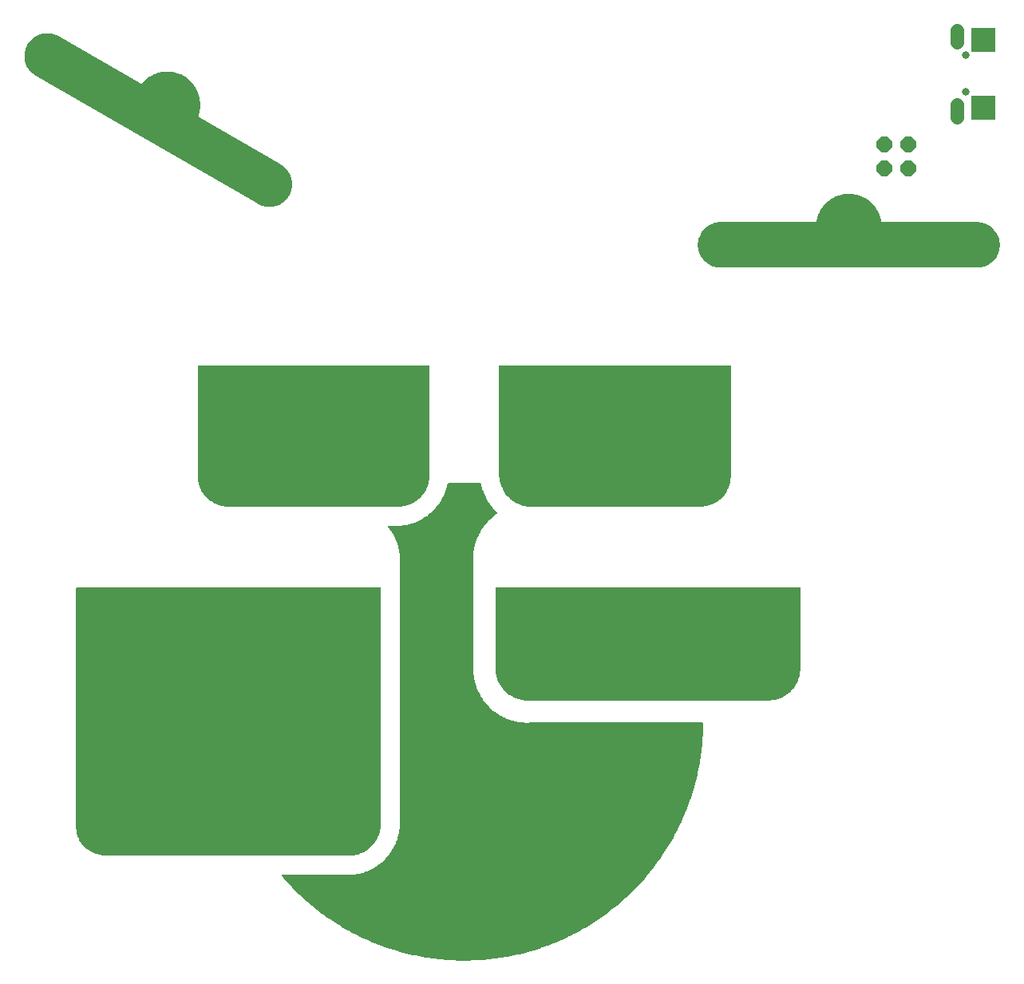
<source format=gbr>
G04 EAGLE Gerber RS-274X export*
G75*
%MOMM*%
%FSLAX34Y34*%
%LPD*%
%INSoldermask Top*%
%IPPOS*%
%AMOC8*
5,1,8,0,0,1.08239X$1,22.5*%
G01*
%ADD10C,0.801600*%
%ADD11R,2.514600X2.514600*%
%ADD12C,1.409600*%
%ADD13P,1.759533X8X22.500000*%

G36*
X-561637Y256768D02*
X-561637Y256768D01*
X-561635Y256769D01*
X-561631Y256769D01*
X-558986Y256815D01*
X-558984Y256815D01*
X-558981Y256815D01*
X-556336Y256887D01*
X-556334Y256888D01*
X-556330Y256887D01*
X-553158Y257010D01*
X-553155Y257011D01*
X-553151Y257011D01*
X-549980Y257173D01*
X-549978Y257174D01*
X-549974Y257173D01*
X-546806Y257375D01*
X-546803Y257376D01*
X-546799Y257375D01*
X-543633Y257616D01*
X-543631Y257617D01*
X-543627Y257617D01*
X-540464Y257897D01*
X-540462Y257898D01*
X-540458Y257898D01*
X-537299Y258218D01*
X-537296Y258219D01*
X-537293Y258219D01*
X-534138Y258578D01*
X-534136Y258579D01*
X-534132Y258579D01*
X-530982Y258978D01*
X-530979Y258979D01*
X-530976Y258979D01*
X-527831Y259417D01*
X-527828Y259418D01*
X-527825Y259418D01*
X-524686Y259896D01*
X-524683Y259897D01*
X-524680Y259897D01*
X-521547Y260415D01*
X-521544Y260416D01*
X-521541Y260416D01*
X-518415Y260973D01*
X-518412Y260974D01*
X-518409Y260974D01*
X-515290Y261570D01*
X-515288Y261571D01*
X-515284Y261572D01*
X-512173Y262207D01*
X-512170Y262208D01*
X-512167Y262208D01*
X-509064Y262883D01*
X-509062Y262884D01*
X-509058Y262885D01*
X-505964Y263598D01*
X-505962Y263600D01*
X-505958Y263600D01*
X-502874Y264353D01*
X-502871Y264354D01*
X-502868Y264354D01*
X-500305Y265011D01*
X-500302Y265012D01*
X-500299Y265013D01*
X-497233Y265836D01*
X-497230Y265838D01*
X-497227Y265838D01*
X-494171Y266701D01*
X-494168Y266702D01*
X-494165Y266703D01*
X-491120Y267604D01*
X-491118Y267605D01*
X-491114Y267606D01*
X-488082Y268546D01*
X-488079Y268547D01*
X-488076Y268547D01*
X-485055Y269526D01*
X-485052Y269527D01*
X-485049Y269528D01*
X-482041Y270544D01*
X-482038Y270545D01*
X-482035Y270546D01*
X-479538Y271422D01*
X-479536Y271423D01*
X-479533Y271424D01*
X-476549Y272509D01*
X-476547Y272511D01*
X-476543Y272511D01*
X-473573Y273634D01*
X-473571Y273636D01*
X-473567Y273637D01*
X-470612Y274798D01*
X-470610Y274799D01*
X-470607Y274800D01*
X-468155Y275796D01*
X-468153Y275797D01*
X-468150Y275798D01*
X-465222Y277027D01*
X-465220Y277028D01*
X-465217Y277029D01*
X-462305Y278295D01*
X-462302Y278296D01*
X-462299Y278297D01*
X-459403Y279599D01*
X-459401Y279601D01*
X-459397Y279602D01*
X-456518Y280941D01*
X-456516Y280943D01*
X-456512Y280944D01*
X-453650Y282319D01*
X-453648Y282320D01*
X-453645Y282321D01*
X-451274Y283495D01*
X-451272Y283496D01*
X-451269Y283497D01*
X-448439Y284937D01*
X-448437Y284939D01*
X-448433Y284940D01*
X-445622Y286416D01*
X-445620Y286418D01*
X-445617Y286419D01*
X-442824Y287931D01*
X-442822Y287933D01*
X-442819Y287934D01*
X-440507Y289220D01*
X-440505Y289222D01*
X-440502Y289223D01*
X-437745Y290798D01*
X-437743Y290800D01*
X-437740Y290801D01*
X-435003Y292411D01*
X-435001Y292413D01*
X-434997Y292414D01*
X-432281Y294059D01*
X-432279Y294061D01*
X-432276Y294062D01*
X-429581Y295740D01*
X-429579Y295742D01*
X-429576Y295743D01*
X-427345Y297167D01*
X-427344Y297169D01*
X-427341Y297170D01*
X-424684Y298909D01*
X-424682Y298911D01*
X-424679Y298913D01*
X-422045Y300686D01*
X-422043Y300688D01*
X-422041Y300689D01*
X-419862Y302192D01*
X-419861Y302193D01*
X-419858Y302195D01*
X-417265Y304027D01*
X-417263Y304029D01*
X-417260Y304031D01*
X-414690Y305896D01*
X-414688Y305898D01*
X-414685Y305900D01*
X-412139Y307797D01*
X-412137Y307799D01*
X-412134Y307800D01*
X-410031Y309405D01*
X-410029Y309407D01*
X-410026Y309408D01*
X-407524Y311363D01*
X-407522Y311365D01*
X-407519Y311367D01*
X-405041Y313353D01*
X-405040Y313355D01*
X-405037Y313357D01*
X-402992Y315035D01*
X-402990Y315037D01*
X-402987Y315039D01*
X-400556Y317080D01*
X-400554Y317083D01*
X-400551Y317084D01*
X-398145Y319157D01*
X-398143Y319159D01*
X-398140Y319161D01*
X-395761Y321263D01*
X-395759Y321266D01*
X-395756Y321267D01*
X-393403Y323399D01*
X-393402Y323402D01*
X-393399Y323404D01*
X-390687Y325927D01*
X-390685Y325930D01*
X-390682Y325932D01*
X-388387Y328126D01*
X-388386Y328129D01*
X-388383Y328131D01*
X-386115Y330353D01*
X-386114Y330356D01*
X-386111Y330358D01*
X-383871Y332608D01*
X-383869Y332611D01*
X-383867Y332613D01*
X-381656Y334892D01*
X-381654Y334894D01*
X-381651Y334896D01*
X-379469Y337203D01*
X-379468Y337205D01*
X-379465Y337207D01*
X-377668Y339149D01*
X-377667Y339151D01*
X-377664Y339153D01*
X-375535Y341508D01*
X-375533Y341511D01*
X-375531Y341513D01*
X-373431Y343895D01*
X-373430Y343897D01*
X-373428Y343899D01*
X-371701Y345904D01*
X-371699Y345906D01*
X-371697Y345908D01*
X-369652Y348337D01*
X-369651Y348340D01*
X-369648Y348342D01*
X-367634Y350797D01*
X-367633Y350799D01*
X-367630Y350801D01*
X-365976Y352866D01*
X-365975Y352868D01*
X-365972Y352870D01*
X-364014Y355370D01*
X-364013Y355373D01*
X-364011Y355375D01*
X-362084Y357899D01*
X-362083Y357902D01*
X-362081Y357904D01*
X-360186Y360453D01*
X-360185Y360455D01*
X-360183Y360458D01*
X-358321Y363029D01*
X-358320Y363032D01*
X-358317Y363034D01*
X-356487Y365629D01*
X-356486Y365632D01*
X-356483Y365635D01*
X-354389Y368691D01*
X-354388Y368693D01*
X-354386Y368696D01*
X-352627Y371339D01*
X-352625Y371342D01*
X-352623Y371345D01*
X-350897Y374010D01*
X-350896Y374012D01*
X-350894Y374015D01*
X-349201Y376701D01*
X-349200Y376704D01*
X-349198Y376707D01*
X-347540Y379415D01*
X-347539Y379417D01*
X-347537Y379419D01*
X-346181Y381692D01*
X-346180Y381694D01*
X-346178Y381697D01*
X-344582Y384441D01*
X-344581Y384444D01*
X-344579Y384447D01*
X-343018Y387212D01*
X-343017Y387214D01*
X-343015Y387217D01*
X-341489Y390002D01*
X-341488Y390004D01*
X-341486Y390007D01*
X-340241Y392342D01*
X-340241Y392344D01*
X-340239Y392347D01*
X-338777Y395165D01*
X-338776Y395168D01*
X-338774Y395171D01*
X-337348Y398008D01*
X-337347Y398011D01*
X-337345Y398013D01*
X-335955Y400868D01*
X-335954Y400871D01*
X-335952Y400874D01*
X-334598Y403746D01*
X-334598Y403748D01*
X-334596Y403751D01*
X-333495Y406157D01*
X-333495Y406160D01*
X-333493Y406163D01*
X-332206Y409065D01*
X-332205Y409068D01*
X-332203Y409071D01*
X-330952Y411989D01*
X-330952Y411992D01*
X-330950Y411995D01*
X-329736Y414929D01*
X-329736Y414932D01*
X-329734Y414935D01*
X-328558Y417884D01*
X-328557Y417887D01*
X-328556Y417889D01*
X-327604Y420358D01*
X-327603Y420361D01*
X-327602Y420364D01*
X-326494Y423339D01*
X-326493Y423342D01*
X-326492Y423345D01*
X-325421Y426334D01*
X-325421Y426337D01*
X-325419Y426341D01*
X-324387Y429343D01*
X-324387Y429346D01*
X-324385Y429349D01*
X-323391Y432365D01*
X-323390Y432368D01*
X-323389Y432371D01*
X-322433Y435399D01*
X-322433Y435401D01*
X-322431Y435404D01*
X-321664Y437936D01*
X-321664Y437939D01*
X-321662Y437942D01*
X-320777Y440991D01*
X-320776Y440994D01*
X-320775Y440997D01*
X-319928Y444057D01*
X-319928Y444060D01*
X-319926Y444063D01*
X-319118Y447134D01*
X-319118Y447137D01*
X-319116Y447140D01*
X-318347Y450220D01*
X-318347Y450223D01*
X-318345Y450227D01*
X-317615Y453317D01*
X-317615Y453320D01*
X-317614Y453323D01*
X-316922Y456422D01*
X-316922Y456425D01*
X-316921Y456428D01*
X-316269Y459535D01*
X-316269Y459538D01*
X-316268Y459542D01*
X-315655Y462657D01*
X-315655Y462660D01*
X-315654Y462663D01*
X-315080Y465786D01*
X-315080Y465789D01*
X-315079Y465792D01*
X-314545Y468922D01*
X-314545Y468925D01*
X-314544Y468928D01*
X-314049Y472065D01*
X-314049Y472068D01*
X-314048Y472071D01*
X-313593Y475213D01*
X-313593Y475216D01*
X-313592Y475219D01*
X-313176Y478367D01*
X-313176Y478370D01*
X-313175Y478373D01*
X-312799Y481526D01*
X-312799Y481529D01*
X-312798Y481532D01*
X-312515Y484163D01*
X-312515Y484165D01*
X-312515Y484167D01*
X-312307Y486274D01*
X-312308Y486276D01*
X-312307Y486279D01*
X-312029Y489442D01*
X-312030Y489445D01*
X-312029Y489448D01*
X-311790Y492614D01*
X-311791Y492617D01*
X-311790Y492621D01*
X-311591Y495789D01*
X-311591Y495792D01*
X-311591Y495796D01*
X-311431Y498967D01*
X-311432Y498969D01*
X-311431Y498973D01*
X-311310Y502146D01*
X-311311Y502149D01*
X-311310Y502152D01*
X-311230Y505326D01*
X-311230Y505329D01*
X-311229Y505332D01*
X-311188Y508507D01*
X-311207Y508607D01*
X-311224Y508701D01*
X-311225Y508702D01*
X-311225Y508703D01*
X-311281Y508787D01*
X-311334Y508867D01*
X-311335Y508867D01*
X-311335Y508868D01*
X-311340Y508871D01*
X-311470Y508963D01*
X-311825Y509135D01*
X-311854Y509142D01*
X-311878Y509157D01*
X-311977Y509174D01*
X-312018Y509184D01*
X-312029Y509182D01*
X-312043Y509185D01*
X-495144Y509190D01*
X-495151Y509189D01*
X-495159Y509190D01*
X-496739Y509144D01*
X-497788Y509136D01*
X-499887Y509175D01*
X-501986Y509290D01*
X-503028Y509375D01*
X-504595Y509541D01*
X-505633Y509675D01*
X-507189Y509910D01*
X-509255Y510292D01*
X-510793Y510629D01*
X-511809Y510875D01*
X-513332Y511281D01*
X-514338Y511575D01*
X-515840Y512050D01*
X-516832Y512391D01*
X-517816Y512747D01*
X-519286Y513319D01*
X-520252Y513721D01*
X-521694Y514359D01*
X-522640Y514804D01*
X-524051Y515506D01*
X-525440Y516248D01*
X-526352Y516761D01*
X-528154Y517841D01*
X-529479Y518694D01*
X-530345Y519279D01*
X-531631Y520192D01*
X-532471Y520818D01*
X-533712Y521786D01*
X-534524Y522451D01*
X-535720Y523474D01*
X-536500Y524175D01*
X-537649Y525252D01*
X-538396Y525987D01*
X-539495Y527116D01*
X-540208Y527884D01*
X-540907Y528664D01*
X-541932Y529863D01*
X-542595Y530674D01*
X-543562Y531915D01*
X-544800Y533613D01*
X-545393Y534475D01*
X-546255Y535792D01*
X-547348Y537586D01*
X-547868Y538495D01*
X-548617Y539877D01*
X-549559Y541757D01*
X-550001Y542705D01*
X-550634Y544145D01*
X-551415Y546094D01*
X-552124Y548069D01*
X-552607Y549568D01*
X-552905Y550569D01*
X-553449Y552601D01*
X-553806Y554132D01*
X-554020Y555158D01*
X-554218Y556189D01*
X-554476Y557743D01*
X-554625Y558779D01*
X-554814Y560342D01*
X-555002Y562428D01*
X-555017Y562937D01*
X-555163Y578275D01*
X-555236Y593091D01*
X-555261Y608436D01*
X-555194Y667177D01*
X-555195Y667178D01*
X-555194Y667179D01*
X-555233Y683747D01*
X-555185Y685848D01*
X-555096Y687419D01*
X-554967Y688987D01*
X-554795Y690551D01*
X-554578Y692110D01*
X-554319Y693662D01*
X-554019Y695208D01*
X-553675Y696741D01*
X-553150Y698775D01*
X-552708Y700282D01*
X-552052Y702279D01*
X-551514Y703756D01*
X-550933Y705219D01*
X-550313Y706665D01*
X-549654Y708094D01*
X-548956Y709503D01*
X-547962Y711355D01*
X-547176Y712716D01*
X-546350Y714055D01*
X-545193Y715808D01*
X-544285Y717090D01*
X-543017Y718765D01*
X-542029Y719990D01*
X-541007Y721185D01*
X-539952Y722353D01*
X-538866Y723493D01*
X-537750Y724603D01*
X-536604Y725679D01*
X-535028Y727070D01*
X-533818Y728071D01*
X-532156Y729357D01*
X-530883Y730281D01*
X-529579Y731172D01*
X-529545Y731206D01*
X-529506Y731233D01*
X-529477Y731277D01*
X-529440Y731315D01*
X-529423Y731359D01*
X-529397Y731399D01*
X-529387Y731451D01*
X-529368Y731500D01*
X-529369Y731548D01*
X-529361Y731594D01*
X-529373Y731657D01*
X-529374Y731699D01*
X-529385Y731723D01*
X-529392Y731758D01*
X-529516Y732093D01*
X-529534Y732122D01*
X-529544Y732155D01*
X-529597Y732224D01*
X-529621Y732262D01*
X-529634Y732271D01*
X-529646Y732287D01*
X-530419Y733001D01*
X-531551Y734096D01*
X-532652Y735222D01*
X-533365Y735986D01*
X-534755Y737562D01*
X-536083Y739186D01*
X-537349Y740857D01*
X-538553Y742576D01*
X-539690Y744339D01*
X-540759Y746143D01*
X-541759Y747988D01*
X-542688Y749868D01*
X-543544Y751784D01*
X-544137Y753241D01*
X-544507Y754218D01*
X-545195Y756205D01*
X-545507Y757202D01*
X-545941Y758714D01*
X-546450Y760749D01*
X-546882Y762812D01*
X-546920Y762901D01*
X-546956Y762989D01*
X-546959Y762991D01*
X-546960Y762994D01*
X-547030Y763061D01*
X-547098Y763128D01*
X-547102Y763130D01*
X-547104Y763132D01*
X-547126Y763140D01*
X-547251Y763194D01*
X-547709Y763307D01*
X-547746Y763309D01*
X-547797Y763321D01*
X-549381Y763422D01*
X-549383Y763422D01*
X-549385Y763422D01*
X-552027Y763569D01*
X-552030Y763569D01*
X-552033Y763569D01*
X-555734Y763733D01*
X-555736Y763732D01*
X-555740Y763733D01*
X-558384Y763817D01*
X-558386Y763817D01*
X-558389Y763817D01*
X-560505Y763864D01*
X-560508Y763864D01*
X-560512Y763864D01*
X-564745Y763903D01*
X-564748Y763902D01*
X-564752Y763903D01*
X-566869Y763893D01*
X-566871Y763893D01*
X-566874Y763893D01*
X-569520Y763853D01*
X-569522Y763853D01*
X-569526Y763853D01*
X-572700Y763768D01*
X-572702Y763768D01*
X-572705Y763768D01*
X-575349Y763669D01*
X-575351Y763668D01*
X-575354Y763668D01*
X-577997Y763542D01*
X-578000Y763541D01*
X-578003Y763541D01*
X-581701Y763320D01*
X-581742Y763309D01*
X-581808Y763301D01*
X-582254Y763174D01*
X-582332Y763134D01*
X-582412Y763097D01*
X-582420Y763088D01*
X-582430Y763083D01*
X-582487Y763015D01*
X-582546Y762949D01*
X-582550Y762938D01*
X-582557Y762930D01*
X-582569Y762890D01*
X-582606Y762794D01*
X-582922Y761246D01*
X-583282Y759714D01*
X-583686Y758193D01*
X-583979Y757189D01*
X-584457Y755689D01*
X-584977Y754203D01*
X-585347Y753224D01*
X-585939Y751765D01*
X-586571Y750325D01*
X-587246Y748903D01*
X-587959Y747503D01*
X-588714Y746119D01*
X-589237Y745214D01*
X-590057Y743869D01*
X-590914Y742549D01*
X-591807Y741254D01*
X-592737Y739985D01*
X-593702Y738743D01*
X-594702Y737526D01*
X-595386Y736734D01*
X-596444Y735566D01*
X-597530Y734430D01*
X-598650Y733324D01*
X-599801Y732251D01*
X-600981Y731209D01*
X-602189Y730202D01*
X-603426Y729229D01*
X-604691Y728290D01*
X-605544Y727687D01*
X-606852Y726809D01*
X-608183Y725969D01*
X-609538Y725166D01*
X-610450Y724655D01*
X-611841Y723919D01*
X-613727Y722999D01*
X-615647Y722153D01*
X-617596Y721381D01*
X-619576Y720685D01*
X-621579Y720067D01*
X-623605Y719526D01*
X-625651Y719064D01*
X-627713Y718683D01*
X-629790Y718381D01*
X-631350Y718210D01*
X-633446Y718050D01*
X-634490Y718001D01*
X-636065Y717965D01*
X-645056Y717963D01*
X-645142Y717945D01*
X-645229Y717932D01*
X-645239Y717925D01*
X-645251Y717923D01*
X-645323Y717873D01*
X-645398Y717827D01*
X-645405Y717817D01*
X-645415Y717810D01*
X-645462Y717737D01*
X-645513Y717665D01*
X-645515Y717653D01*
X-645522Y717643D01*
X-645536Y717556D01*
X-645555Y717470D01*
X-645553Y717457D01*
X-645555Y717447D01*
X-645545Y717406D01*
X-645530Y717306D01*
X-645430Y717007D01*
X-645428Y717004D01*
X-645428Y716999D01*
X-645347Y716854D01*
X-644692Y716031D01*
X-643740Y714776D01*
X-642823Y713495D01*
X-642236Y712630D01*
X-641105Y710861D01*
X-640041Y709053D01*
X-639048Y707204D01*
X-638350Y705795D01*
X-637908Y704847D01*
X-637076Y702919D01*
X-636320Y700962D01*
X-635639Y698979D01*
X-635036Y696967D01*
X-634766Y695959D01*
X-634394Y694430D01*
X-633970Y692374D01*
X-633626Y690306D01*
X-633364Y688225D01*
X-633181Y686133D01*
X-633122Y685091D01*
X-633105Y684590D01*
X-633088Y684091D01*
X-633072Y683592D01*
X-633069Y683518D01*
X-633059Y403056D01*
X-633071Y401475D01*
X-633125Y399902D01*
X-633223Y398333D01*
X-633370Y396766D01*
X-633491Y395726D01*
X-633712Y394167D01*
X-633885Y393135D01*
X-634181Y391589D01*
X-634523Y390053D01*
X-634774Y389037D01*
X-635191Y387517D01*
X-635492Y386515D01*
X-635980Y385017D01*
X-636330Y384031D01*
X-636889Y382560D01*
X-637493Y381107D01*
X-638136Y379672D01*
X-638821Y378254D01*
X-639546Y376860D01*
X-640311Y375484D01*
X-641114Y374131D01*
X-641956Y372803D01*
X-642835Y371496D01*
X-643751Y370216D01*
X-644380Y369380D01*
X-645355Y368143D01*
X-646023Y367337D01*
X-647055Y366148D01*
X-648121Y364988D01*
X-649216Y363860D01*
X-650344Y362764D01*
X-651503Y361698D01*
X-652690Y360665D01*
X-653906Y359668D01*
X-655150Y358704D01*
X-656422Y357775D01*
X-657281Y357178D01*
X-658595Y356310D01*
X-659932Y355480D01*
X-661291Y354688D01*
X-662673Y353937D01*
X-664076Y353224D01*
X-665500Y352552D01*
X-666456Y352128D01*
X-667910Y351524D01*
X-669380Y350964D01*
X-670866Y350446D01*
X-672365Y349971D01*
X-673878Y349541D01*
X-675403Y349154D01*
X-676937Y348811D01*
X-679001Y348425D01*
X-680555Y348189D01*
X-682115Y347998D01*
X-683682Y347852D01*
X-685251Y347752D01*
X-686824Y347698D01*
X-688405Y347686D01*
X-757726Y347686D01*
X-757742Y347682D01*
X-757762Y347684D01*
X-758219Y347651D01*
X-758283Y347633D01*
X-758349Y347623D01*
X-758378Y347606D01*
X-758410Y347597D01*
X-758462Y347555D01*
X-758519Y347521D01*
X-758539Y347494D01*
X-758566Y347473D01*
X-758597Y347414D01*
X-758636Y347360D01*
X-758644Y347327D01*
X-758660Y347298D01*
X-758666Y347232D01*
X-758681Y347167D01*
X-758676Y347133D01*
X-758679Y347100D01*
X-758659Y347036D01*
X-758647Y346971D01*
X-758628Y346938D01*
X-758619Y346910D01*
X-758593Y346880D01*
X-758562Y346828D01*
X-756498Y344415D01*
X-756496Y344413D01*
X-756494Y344410D01*
X-754048Y341628D01*
X-754046Y341626D01*
X-754044Y341623D01*
X-751916Y339266D01*
X-751914Y339264D01*
X-751911Y339261D01*
X-749391Y336546D01*
X-749389Y336544D01*
X-749387Y336541D01*
X-747196Y334243D01*
X-747194Y334241D01*
X-747192Y334238D01*
X-744973Y331967D01*
X-744970Y331966D01*
X-744968Y331963D01*
X-742343Y329349D01*
X-742340Y329347D01*
X-742338Y329344D01*
X-739675Y326769D01*
X-739672Y326767D01*
X-739669Y326763D01*
X-736581Y323867D01*
X-736578Y323865D01*
X-736576Y323862D01*
X-734228Y321725D01*
X-734226Y321723D01*
X-734223Y321720D01*
X-731451Y319263D01*
X-731449Y319261D01*
X-731446Y319258D01*
X-729041Y317185D01*
X-729039Y317184D01*
X-729036Y317181D01*
X-726199Y314799D01*
X-726196Y314797D01*
X-726194Y314795D01*
X-723734Y312787D01*
X-723731Y312786D01*
X-723729Y312783D01*
X-720828Y310479D01*
X-720825Y310478D01*
X-720823Y310475D01*
X-718310Y308534D01*
X-718307Y308533D01*
X-718305Y308530D01*
X-715767Y306622D01*
X-715765Y306620D01*
X-715762Y306618D01*
X-712772Y304430D01*
X-712769Y304429D01*
X-712767Y304426D01*
X-710179Y302587D01*
X-710176Y302585D01*
X-710173Y302583D01*
X-707125Y300478D01*
X-707122Y300477D01*
X-707120Y300474D01*
X-704483Y298705D01*
X-704480Y298704D01*
X-704478Y298701D01*
X-701819Y296966D01*
X-701816Y296965D01*
X-701813Y296963D01*
X-698684Y294980D01*
X-698681Y294978D01*
X-698678Y294976D01*
X-695973Y293313D01*
X-695971Y293312D01*
X-695968Y293310D01*
X-692786Y291413D01*
X-692783Y291412D01*
X-692780Y291410D01*
X-690031Y289821D01*
X-690028Y289820D01*
X-690025Y289817D01*
X-687256Y288264D01*
X-687253Y288263D01*
X-687251Y288261D01*
X-683996Y286491D01*
X-683993Y286490D01*
X-683990Y286488D01*
X-681180Y285010D01*
X-681177Y285009D01*
X-681174Y285007D01*
X-677872Y283328D01*
X-677869Y283327D01*
X-677866Y283325D01*
X-675016Y281924D01*
X-675013Y281923D01*
X-675010Y281921D01*
X-671664Y280332D01*
X-671661Y280332D01*
X-671658Y280330D01*
X-668771Y279007D01*
X-668768Y279006D01*
X-668765Y279004D01*
X-665376Y277508D01*
X-665373Y277507D01*
X-665370Y277505D01*
X-662449Y276261D01*
X-662445Y276261D01*
X-662442Y276259D01*
X-659014Y274856D01*
X-659011Y274855D01*
X-659008Y274854D01*
X-656053Y273690D01*
X-656050Y273690D01*
X-656047Y273688D01*
X-652581Y272379D01*
X-652578Y272379D01*
X-652575Y272377D01*
X-649590Y271295D01*
X-649586Y271294D01*
X-649583Y271293D01*
X-649476Y271256D01*
X-649476Y271255D01*
X-648035Y270756D01*
X-646595Y270257D01*
X-646594Y270257D01*
X-646083Y270080D01*
X-646080Y270079D01*
X-646077Y270078D01*
X-643063Y269078D01*
X-643060Y269077D01*
X-643056Y269076D01*
X-639524Y267959D01*
X-639521Y267959D01*
X-639518Y267957D01*
X-636478Y267040D01*
X-636475Y267040D01*
X-636471Y267038D01*
X-632910Y266019D01*
X-632907Y266019D01*
X-632904Y266017D01*
X-629840Y265184D01*
X-629836Y265184D01*
X-629833Y265182D01*
X-626245Y264261D01*
X-626242Y264260D01*
X-626239Y264259D01*
X-623153Y263510D01*
X-623150Y263510D01*
X-623146Y263509D01*
X-619535Y262685D01*
X-619531Y262685D01*
X-619528Y262684D01*
X-616423Y262021D01*
X-616420Y262021D01*
X-616416Y262020D01*
X-612783Y261294D01*
X-612780Y261294D01*
X-612776Y261293D01*
X-609133Y260622D01*
X-609130Y260622D01*
X-609126Y260621D01*
X-605996Y260089D01*
X-605993Y260089D01*
X-605990Y260088D01*
X-602330Y259516D01*
X-602326Y259516D01*
X-602322Y259515D01*
X-598654Y258998D01*
X-598651Y258998D01*
X-598647Y258997D01*
X-595498Y258596D01*
X-595495Y258596D01*
X-595491Y258595D01*
X-591810Y258177D01*
X-591807Y258177D01*
X-591803Y258176D01*
X-588117Y257812D01*
X-588114Y257812D01*
X-588110Y257812D01*
X-584946Y257543D01*
X-584944Y257543D01*
X-584941Y257543D01*
X-582830Y257384D01*
X-582828Y257385D01*
X-582825Y257384D01*
X-579127Y257151D01*
X-579124Y257151D01*
X-579120Y257150D01*
X-575420Y256970D01*
X-575417Y256971D01*
X-575414Y256970D01*
X-572240Y256859D01*
X-572237Y256859D01*
X-572234Y256858D01*
X-568530Y256777D01*
X-568527Y256778D01*
X-568523Y256777D01*
X-564819Y256750D01*
X-564816Y256750D01*
X-564812Y256750D01*
X-561637Y256768D01*
G37*
G36*
X-687923Y367794D02*
X-687923Y367794D01*
X-687917Y367793D01*
X-686507Y367822D01*
X-686498Y367824D01*
X-686487Y367823D01*
X-685079Y367909D01*
X-685070Y367911D01*
X-685058Y367911D01*
X-683655Y368054D01*
X-683646Y368056D01*
X-683635Y368056D01*
X-682238Y368257D01*
X-682229Y368260D01*
X-682218Y368260D01*
X-680831Y368518D01*
X-680824Y368521D01*
X-680816Y368521D01*
X-680127Y368672D01*
X-680120Y368675D01*
X-680111Y368675D01*
X-678743Y369019D01*
X-678735Y369023D01*
X-678723Y369025D01*
X-677371Y369425D01*
X-677362Y369430D01*
X-677351Y369432D01*
X-676016Y369887D01*
X-676008Y369892D01*
X-675996Y369894D01*
X-674681Y370406D01*
X-674674Y370411D01*
X-674662Y370414D01*
X-673370Y370979D01*
X-673362Y370984D01*
X-673351Y370987D01*
X-672083Y371605D01*
X-672077Y371609D01*
X-672069Y371612D01*
X-671445Y371941D01*
X-671439Y371945D01*
X-671431Y371948D01*
X-670204Y372644D01*
X-670197Y372650D01*
X-670186Y372654D01*
X-668989Y373400D01*
X-668982Y373406D01*
X-668972Y373411D01*
X-667805Y374204D01*
X-667799Y374211D01*
X-667788Y374217D01*
X-666656Y375058D01*
X-666652Y375063D01*
X-666644Y375067D01*
X-666091Y375505D01*
X-666086Y375510D01*
X-666079Y375515D01*
X-665000Y376424D01*
X-664995Y376431D01*
X-664985Y376437D01*
X-663944Y377390D01*
X-663940Y377396D01*
X-663933Y377401D01*
X-663428Y377893D01*
X-663424Y377899D01*
X-663417Y377904D01*
X-662437Y378918D01*
X-662432Y378926D01*
X-662428Y378929D01*
X-662427Y378930D01*
X-662423Y378933D01*
X-661485Y379987D01*
X-661481Y379995D01*
X-661472Y380003D01*
X-660578Y381094D01*
X-660574Y381102D01*
X-660565Y381110D01*
X-659717Y382237D01*
X-659713Y382246D01*
X-659706Y382254D01*
X-658904Y383415D01*
X-658900Y383423D01*
X-658892Y383432D01*
X-658140Y384625D01*
X-658137Y384632D01*
X-658132Y384638D01*
X-657774Y385246D01*
X-657771Y385252D01*
X-657766Y385259D01*
X-657088Y386497D01*
X-657086Y386506D01*
X-657079Y386515D01*
X-656453Y387779D01*
X-656450Y387788D01*
X-656444Y387798D01*
X-655871Y389087D01*
X-655869Y389096D01*
X-655862Y389106D01*
X-655343Y390418D01*
X-655342Y390427D01*
X-655336Y390437D01*
X-654871Y391769D01*
X-654870Y391778D01*
X-654865Y391789D01*
X-654456Y393139D01*
X-654455Y393146D01*
X-654452Y393153D01*
X-654268Y393834D01*
X-654268Y393842D01*
X-654264Y393850D01*
X-653940Y395223D01*
X-653940Y395232D01*
X-653936Y395243D01*
X-653669Y396628D01*
X-653669Y396638D01*
X-653665Y396648D01*
X-653456Y398043D01*
X-653456Y398053D01*
X-653453Y398064D01*
X-653301Y399466D01*
X-653301Y399473D01*
X-653299Y399482D01*
X-653245Y400185D01*
X-653246Y400192D01*
X-653244Y400200D01*
X-653178Y401609D01*
X-653179Y401618D01*
X-653177Y401628D01*
X-653165Y403039D01*
X-653165Y403041D01*
X-653165Y403043D01*
X-653165Y652057D01*
X-653166Y652061D01*
X-653165Y652066D01*
X-653185Y652158D01*
X-653204Y652251D01*
X-653207Y652255D01*
X-653208Y652260D01*
X-653263Y652337D01*
X-653317Y652415D01*
X-653321Y652418D01*
X-653324Y652422D01*
X-653463Y652513D01*
X-653952Y652729D01*
X-653972Y652733D01*
X-653990Y652744D01*
X-654124Y652766D01*
X-654147Y652771D01*
X-654150Y652771D01*
X-654154Y652772D01*
X-975825Y652772D01*
X-975846Y652767D01*
X-975868Y652770D01*
X-975943Y652748D01*
X-976020Y652732D01*
X-976038Y652720D01*
X-976058Y652714D01*
X-976119Y652664D01*
X-976184Y652619D01*
X-976195Y652601D01*
X-976212Y652588D01*
X-976275Y652476D01*
X-976291Y652452D01*
X-976292Y652448D01*
X-976294Y652443D01*
X-976482Y651926D01*
X-976483Y651922D01*
X-976485Y651919D01*
X-976512Y651755D01*
X-976502Y398509D01*
X-976500Y398499D01*
X-976502Y398487D01*
X-976439Y397078D01*
X-976436Y397068D01*
X-976437Y397056D01*
X-976314Y395651D01*
X-976311Y395642D01*
X-976312Y395630D01*
X-976128Y394231D01*
X-976124Y394221D01*
X-976124Y394209D01*
X-975878Y392820D01*
X-975874Y392810D01*
X-975873Y392797D01*
X-975562Y391421D01*
X-975558Y391412D01*
X-975557Y391399D01*
X-975182Y390039D01*
X-975177Y390029D01*
X-975175Y390015D01*
X-974735Y388675D01*
X-974730Y388666D01*
X-974727Y388652D01*
X-974223Y387335D01*
X-974217Y387325D01*
X-974214Y387312D01*
X-973646Y386021D01*
X-973639Y386012D01*
X-973635Y385999D01*
X-973004Y384737D01*
X-972997Y384728D01*
X-972992Y384715D01*
X-972299Y383487D01*
X-972292Y383478D01*
X-972286Y383465D01*
X-971533Y382273D01*
X-971525Y382265D01*
X-971519Y382252D01*
X-970707Y381098D01*
X-970699Y381091D01*
X-970693Y381079D01*
X-969826Y379966D01*
X-969817Y379959D01*
X-969810Y379947D01*
X-968889Y378879D01*
X-968880Y378872D01*
X-968873Y378861D01*
X-967902Y377838D01*
X-967893Y377831D01*
X-967885Y377821D01*
X-966867Y376845D01*
X-966857Y376839D01*
X-966849Y376829D01*
X-965785Y375902D01*
X-965776Y375897D01*
X-965768Y375888D01*
X-964663Y375011D01*
X-964654Y375006D01*
X-964645Y374997D01*
X-963502Y374170D01*
X-963495Y374167D01*
X-963488Y374161D01*
X-962903Y373767D01*
X-962896Y373764D01*
X-962889Y373758D01*
X-961693Y373010D01*
X-961684Y373006D01*
X-961675Y372999D01*
X-960449Y372301D01*
X-960440Y372298D01*
X-960430Y372291D01*
X-959175Y371647D01*
X-959169Y371645D01*
X-959162Y371640D01*
X-958525Y371337D01*
X-958518Y371335D01*
X-958510Y371330D01*
X-957218Y370765D01*
X-957209Y370763D01*
X-957200Y370758D01*
X-955888Y370242D01*
X-955881Y370241D01*
X-955874Y370237D01*
X-955210Y369998D01*
X-955204Y369997D01*
X-955196Y369993D01*
X-953855Y369556D01*
X-953846Y369555D01*
X-953837Y369550D01*
X-952480Y369164D01*
X-952474Y369163D01*
X-952467Y369160D01*
X-951784Y368985D01*
X-951778Y368985D01*
X-951771Y368982D01*
X-950396Y368668D01*
X-950387Y368668D01*
X-950377Y368664D01*
X-948991Y368403D01*
X-948985Y368403D01*
X-948978Y368401D01*
X-948282Y368288D01*
X-948276Y368288D01*
X-948270Y368286D01*
X-946872Y368095D01*
X-946864Y368095D01*
X-946855Y368093D01*
X-945452Y367950D01*
X-945442Y367951D01*
X-945431Y367948D01*
X-943319Y367823D01*
X-943308Y367824D01*
X-943296Y367822D01*
X-941180Y367793D01*
X-941177Y367794D01*
X-941173Y367793D01*
X-687927Y367793D01*
X-687923Y367794D01*
G37*
G36*
X-243160Y532666D02*
X-243160Y532666D01*
X-243155Y532665D01*
X-241744Y532692D01*
X-241735Y532694D01*
X-241725Y532693D01*
X-240316Y532774D01*
X-240307Y532776D01*
X-240297Y532775D01*
X-238892Y532910D01*
X-238884Y532912D01*
X-238873Y532912D01*
X-237474Y533101D01*
X-237466Y533104D01*
X-237455Y533104D01*
X-236065Y533348D01*
X-236057Y533351D01*
X-236046Y533352D01*
X-234666Y533651D01*
X-234658Y533654D01*
X-234647Y533655D01*
X-233281Y534008D01*
X-233273Y534012D01*
X-233261Y534014D01*
X-231910Y534422D01*
X-231902Y534426D01*
X-231891Y534428D01*
X-230558Y534890D01*
X-230550Y534894D01*
X-230539Y534897D01*
X-229225Y535412D01*
X-229217Y535417D01*
X-229206Y535420D01*
X-227915Y535989D01*
X-227907Y535994D01*
X-227897Y535997D01*
X-226629Y536618D01*
X-226622Y536623D01*
X-226611Y536627D01*
X-225370Y537300D01*
X-225363Y537306D01*
X-225353Y537310D01*
X-224141Y538033D01*
X-224133Y538040D01*
X-224123Y538044D01*
X-222942Y538817D01*
X-222937Y538822D01*
X-222930Y538826D01*
X-222351Y539231D01*
X-222346Y539236D01*
X-222338Y539240D01*
X-221209Y540086D01*
X-221202Y540093D01*
X-221192Y540099D01*
X-220099Y540991D01*
X-220093Y540998D01*
X-220083Y541004D01*
X-219028Y541943D01*
X-219023Y541950D01*
X-219013Y541957D01*
X-217999Y542938D01*
X-217993Y542946D01*
X-217984Y542953D01*
X-217013Y543978D01*
X-217008Y543986D01*
X-216999Y543993D01*
X-216072Y545058D01*
X-216067Y545066D01*
X-216058Y545074D01*
X-215179Y546178D01*
X-215174Y546187D01*
X-215166Y546195D01*
X-214335Y547335D01*
X-214330Y547344D01*
X-214322Y547353D01*
X-213542Y548529D01*
X-213538Y548538D01*
X-213530Y548547D01*
X-212801Y549755D01*
X-212797Y549764D01*
X-212790Y549774D01*
X-212114Y551013D01*
X-212112Y551023D01*
X-212105Y551032D01*
X-211483Y552299D01*
X-211480Y552309D01*
X-211474Y552320D01*
X-210909Y553613D01*
X-210908Y553620D01*
X-210903Y553628D01*
X-210642Y554283D01*
X-210640Y554291D01*
X-210636Y554299D01*
X-210157Y555626D01*
X-210155Y555636D01*
X-210150Y555646D01*
X-209728Y556993D01*
X-209728Y557001D01*
X-209724Y557009D01*
X-209536Y557689D01*
X-209535Y557696D01*
X-209532Y557704D01*
X-209198Y559075D01*
X-209198Y559083D01*
X-209194Y559092D01*
X-209051Y559783D01*
X-209051Y559790D01*
X-209048Y559798D01*
X-208803Y561187D01*
X-208803Y561195D01*
X-208800Y561204D01*
X-208701Y561902D01*
X-208701Y561909D01*
X-208699Y561917D01*
X-208543Y563320D01*
X-208544Y563330D01*
X-208541Y563341D01*
X-208444Y564749D01*
X-208445Y564758D01*
X-208443Y564769D01*
X-208404Y566180D01*
X-208405Y566186D01*
X-208404Y566194D01*
X-208402Y651578D01*
X-208403Y651582D01*
X-208402Y651587D01*
X-208413Y652281D01*
X-208414Y652285D01*
X-208414Y652289D01*
X-208436Y652381D01*
X-208456Y652475D01*
X-208459Y652478D01*
X-208460Y652482D01*
X-208516Y652559D01*
X-208572Y652637D01*
X-208575Y652639D01*
X-208578Y652642D01*
X-208659Y652691D01*
X-208741Y652741D01*
X-208745Y652742D01*
X-208749Y652744D01*
X-208913Y652772D01*
X-530693Y652772D01*
X-530737Y652763D01*
X-530822Y652755D01*
X-531379Y652606D01*
X-531418Y652587D01*
X-531460Y652577D01*
X-531506Y652543D01*
X-531557Y652517D01*
X-531585Y652484D01*
X-531620Y652459D01*
X-531649Y652410D01*
X-531686Y652366D01*
X-531699Y652325D01*
X-531722Y652288D01*
X-531733Y652218D01*
X-531747Y652177D01*
X-531744Y652153D01*
X-531749Y652124D01*
X-531749Y567445D01*
X-531748Y567440D01*
X-531749Y567435D01*
X-531721Y566024D01*
X-531720Y566017D01*
X-531721Y566008D01*
X-531685Y565304D01*
X-531683Y565297D01*
X-531684Y565289D01*
X-531571Y563882D01*
X-531568Y563873D01*
X-531568Y563861D01*
X-531396Y562461D01*
X-531394Y562452D01*
X-531394Y562440D01*
X-531164Y561048D01*
X-531161Y561039D01*
X-531160Y561028D01*
X-530874Y559646D01*
X-530872Y559639D01*
X-530871Y559630D01*
X-530706Y558944D01*
X-530703Y558938D01*
X-530702Y558930D01*
X-530330Y557568D01*
X-530327Y557562D01*
X-530326Y557553D01*
X-530119Y556879D01*
X-530115Y556873D01*
X-530114Y556864D01*
X-529658Y555529D01*
X-529655Y555522D01*
X-529653Y555513D01*
X-529404Y554853D01*
X-529400Y554847D01*
X-529399Y554839D01*
X-528861Y553534D01*
X-528857Y553528D01*
X-528855Y553520D01*
X-528565Y552876D01*
X-528561Y552871D01*
X-528559Y552863D01*
X-527941Y551594D01*
X-527937Y551588D01*
X-527934Y551580D01*
X-527605Y550955D01*
X-527601Y550950D01*
X-527598Y550942D01*
X-526903Y549714D01*
X-526898Y549709D01*
X-526895Y549701D01*
X-526528Y549098D01*
X-526523Y549092D01*
X-526520Y549085D01*
X-525750Y547902D01*
X-525745Y547897D01*
X-525741Y547890D01*
X-525339Y547310D01*
X-525334Y547305D01*
X-525330Y547297D01*
X-524488Y546164D01*
X-524483Y546160D01*
X-524479Y546152D01*
X-524041Y545599D01*
X-524037Y545596D01*
X-524035Y545591D01*
X-523585Y545047D01*
X-523580Y545042D01*
X-523575Y545035D01*
X-522644Y543975D01*
X-522639Y543971D01*
X-522634Y543964D01*
X-522153Y543448D01*
X-522147Y543443D01*
X-522142Y543436D01*
X-521147Y542436D01*
X-521139Y542430D01*
X-521132Y542422D01*
X-520098Y541462D01*
X-520092Y541458D01*
X-520086Y541451D01*
X-519554Y540988D01*
X-519548Y540984D01*
X-519543Y540978D01*
X-518452Y540083D01*
X-518445Y540080D01*
X-518439Y540073D01*
X-517880Y539643D01*
X-517873Y539640D01*
X-517868Y539634D01*
X-516723Y538809D01*
X-516717Y538806D01*
X-516710Y538800D01*
X-516126Y538405D01*
X-516119Y538402D01*
X-516113Y538396D01*
X-514920Y537643D01*
X-514913Y537641D01*
X-514907Y537635D01*
X-514299Y537277D01*
X-514292Y537274D01*
X-514285Y537269D01*
X-513047Y536591D01*
X-513041Y536589D01*
X-513034Y536584D01*
X-512405Y536264D01*
X-512401Y536263D01*
X-512396Y536259D01*
X-511760Y535952D01*
X-511753Y535951D01*
X-511746Y535946D01*
X-510457Y535372D01*
X-510448Y535370D01*
X-510438Y535364D01*
X-509126Y534845D01*
X-509117Y534843D01*
X-509107Y534838D01*
X-507774Y534372D01*
X-507765Y534371D01*
X-507754Y534366D01*
X-506404Y533957D01*
X-506397Y533956D01*
X-506389Y533952D01*
X-505708Y533769D01*
X-505701Y533768D01*
X-505692Y533765D01*
X-504319Y533441D01*
X-504312Y533440D01*
X-504304Y533437D01*
X-503613Y533296D01*
X-503605Y533296D01*
X-503597Y533293D01*
X-502206Y533055D01*
X-502197Y533055D01*
X-502186Y533052D01*
X-500786Y532871D01*
X-500777Y532872D01*
X-500766Y532869D01*
X-499360Y532745D01*
X-499351Y532746D01*
X-499340Y532744D01*
X-497930Y532678D01*
X-497923Y532679D01*
X-497915Y532677D01*
X-497209Y532666D01*
X-497206Y532667D01*
X-497201Y532666D01*
X-243164Y532665D01*
X-243160Y532666D01*
G37*
G36*
X-636948Y738069D02*
X-636948Y738069D01*
X-636946Y738069D01*
X-635535Y738082D01*
X-635529Y738083D01*
X-635522Y738082D01*
X-634817Y738107D01*
X-634811Y738109D01*
X-634803Y738108D01*
X-633395Y738199D01*
X-633386Y738201D01*
X-633376Y738200D01*
X-631973Y738345D01*
X-631966Y738347D01*
X-631959Y738347D01*
X-631259Y738439D01*
X-631253Y738441D01*
X-631245Y738441D01*
X-629852Y738667D01*
X-629846Y738669D01*
X-629838Y738670D01*
X-629145Y738802D01*
X-629139Y738805D01*
X-629131Y738806D01*
X-627754Y739113D01*
X-627748Y739115D01*
X-627740Y739116D01*
X-627056Y739289D01*
X-627050Y739292D01*
X-627042Y739293D01*
X-625686Y739681D01*
X-625680Y739684D01*
X-625672Y739685D01*
X-624999Y739898D01*
X-624993Y739902D01*
X-624985Y739903D01*
X-623654Y740371D01*
X-623646Y740375D01*
X-623636Y740377D01*
X-622324Y740897D01*
X-622317Y740902D01*
X-622306Y740905D01*
X-621016Y741476D01*
X-621011Y741480D01*
X-621003Y741483D01*
X-620367Y741787D01*
X-620361Y741792D01*
X-620353Y741794D01*
X-619100Y742443D01*
X-619095Y742447D01*
X-619087Y742450D01*
X-618471Y742793D01*
X-618467Y742796D01*
X-618462Y742798D01*
X-617853Y743153D01*
X-617847Y743158D01*
X-617840Y743161D01*
X-616644Y743909D01*
X-616639Y743914D01*
X-616631Y743917D01*
X-616044Y744309D01*
X-616039Y744314D01*
X-616032Y744318D01*
X-614884Y745138D01*
X-614877Y745145D01*
X-614867Y745150D01*
X-613754Y746016D01*
X-613749Y746022D01*
X-613742Y746026D01*
X-613199Y746476D01*
X-613196Y746480D01*
X-613191Y746483D01*
X-612658Y746945D01*
X-612654Y746951D01*
X-612646Y746955D01*
X-611609Y747912D01*
X-611605Y747917D01*
X-611598Y747922D01*
X-611095Y748416D01*
X-611090Y748423D01*
X-611083Y748428D01*
X-610109Y749449D01*
X-610104Y749457D01*
X-610095Y749464D01*
X-609165Y750525D01*
X-609162Y750532D01*
X-609155Y750538D01*
X-608707Y751083D01*
X-608704Y751090D01*
X-608697Y751096D01*
X-607839Y752215D01*
X-607835Y752224D01*
X-607826Y752233D01*
X-607017Y753388D01*
X-607014Y753395D01*
X-607008Y753402D01*
X-606623Y753993D01*
X-606620Y754001D01*
X-606614Y754008D01*
X-605885Y755215D01*
X-605882Y755222D01*
X-605876Y755229D01*
X-605532Y755845D01*
X-605530Y755852D01*
X-605524Y755860D01*
X-604877Y757113D01*
X-604875Y757123D01*
X-604867Y757134D01*
X-604279Y758416D01*
X-604277Y758424D01*
X-604272Y758432D01*
X-604000Y759082D01*
X-603998Y759090D01*
X-603993Y759099D01*
X-603495Y760418D01*
X-603494Y760426D01*
X-603489Y760435D01*
X-603263Y761103D01*
X-603262Y761110D01*
X-603258Y761119D01*
X-602852Y762470D01*
X-602852Y762478D01*
X-602847Y762487D01*
X-602669Y763170D01*
X-602669Y763178D01*
X-602665Y763187D01*
X-602356Y764563D01*
X-602356Y764571D01*
X-602352Y764580D01*
X-602221Y765273D01*
X-602222Y765281D01*
X-602218Y765290D01*
X-602007Y766685D01*
X-602008Y766696D01*
X-602004Y766708D01*
X-601858Y768111D01*
X-601858Y768119D01*
X-601856Y768129D01*
X-601808Y768832D01*
X-601809Y768838D01*
X-601807Y768844D01*
X-601775Y769549D01*
X-601777Y769556D01*
X-601775Y769565D01*
X-601757Y770975D01*
X-601757Y770978D01*
X-601757Y770982D01*
X-601757Y887365D01*
X-601765Y887408D01*
X-601776Y887504D01*
X-601935Y888051D01*
X-601953Y888085D01*
X-601961Y888122D01*
X-601998Y888172D01*
X-602027Y888227D01*
X-602057Y888252D01*
X-602079Y888283D01*
X-602133Y888314D01*
X-602181Y888354D01*
X-602217Y888365D01*
X-602250Y888384D01*
X-602328Y888397D01*
X-602371Y888410D01*
X-602391Y888408D01*
X-602414Y888412D01*
X-846468Y888412D01*
X-846491Y888407D01*
X-846514Y888410D01*
X-846629Y888379D01*
X-846663Y888372D01*
X-846668Y888369D01*
X-846675Y888367D01*
X-847159Y888146D01*
X-847161Y888145D01*
X-847162Y888144D01*
X-847240Y888087D01*
X-847320Y888029D01*
X-847321Y888027D01*
X-847322Y888027D01*
X-847372Y887942D01*
X-847423Y887858D01*
X-847423Y887857D01*
X-847424Y887856D01*
X-847451Y887692D01*
X-847451Y770602D01*
X-847450Y770597D01*
X-847451Y770591D01*
X-847418Y769180D01*
X-847416Y769170D01*
X-847417Y769158D01*
X-847319Y767750D01*
X-847316Y767740D01*
X-847317Y767727D01*
X-847153Y766326D01*
X-847150Y766316D01*
X-847150Y766303D01*
X-846921Y764911D01*
X-846917Y764901D01*
X-846916Y764888D01*
X-846622Y763508D01*
X-846617Y763499D01*
X-846616Y763486D01*
X-846258Y762122D01*
X-846253Y762112D01*
X-846251Y762099D01*
X-845829Y760753D01*
X-845824Y760744D01*
X-845821Y760731D01*
X-845338Y759406D01*
X-845332Y759397D01*
X-845329Y759385D01*
X-844783Y758084D01*
X-844778Y758075D01*
X-844774Y758063D01*
X-844170Y756788D01*
X-844164Y756780D01*
X-844160Y756768D01*
X-843498Y755522D01*
X-843492Y755514D01*
X-843487Y755503D01*
X-842770Y754288D01*
X-842763Y754281D01*
X-842758Y754269D01*
X-841988Y753088D01*
X-841981Y753080D01*
X-841975Y753069D01*
X-841153Y751923D01*
X-841145Y751917D01*
X-841140Y751906D01*
X-840268Y750797D01*
X-840263Y750792D01*
X-840258Y750784D01*
X-839804Y750244D01*
X-839798Y750239D01*
X-839794Y750232D01*
X-838852Y749182D01*
X-838844Y749176D01*
X-838837Y749166D01*
X-837852Y748157D01*
X-837844Y748151D01*
X-837837Y748142D01*
X-836809Y747176D01*
X-836801Y747171D01*
X-836793Y747162D01*
X-835726Y746239D01*
X-835718Y746235D01*
X-835710Y746226D01*
X-834605Y745349D01*
X-834597Y745345D01*
X-834589Y745337D01*
X-833449Y744506D01*
X-833440Y744502D01*
X-833432Y744494D01*
X-832258Y743711D01*
X-832250Y743708D01*
X-832241Y743701D01*
X-831037Y742966D01*
X-831031Y742963D01*
X-831024Y742958D01*
X-830411Y742609D01*
X-830404Y742607D01*
X-830398Y742602D01*
X-829151Y741942D01*
X-829142Y741940D01*
X-829133Y741933D01*
X-827861Y741324D01*
X-827852Y741322D01*
X-827843Y741316D01*
X-826547Y740758D01*
X-826538Y740756D01*
X-826528Y740750D01*
X-825211Y740245D01*
X-825203Y740243D01*
X-825193Y740238D01*
X-823857Y739785D01*
X-823848Y739784D01*
X-823838Y739779D01*
X-822485Y739379D01*
X-822476Y739379D01*
X-822466Y739374D01*
X-821099Y739028D01*
X-821090Y739028D01*
X-821080Y739024D01*
X-819700Y738731D01*
X-819691Y738731D01*
X-819681Y738727D01*
X-818290Y738489D01*
X-818284Y738490D01*
X-818276Y738487D01*
X-817578Y738388D01*
X-817571Y738389D01*
X-817563Y738386D01*
X-816161Y738229D01*
X-816155Y738230D01*
X-816147Y738228D01*
X-815444Y738170D01*
X-815438Y738171D01*
X-815430Y738169D01*
X-814022Y738092D01*
X-814013Y738094D01*
X-814003Y738092D01*
X-812592Y738069D01*
X-812588Y738069D01*
X-812584Y738069D01*
X-636950Y738069D01*
X-636948Y738069D01*
G37*
G36*
X-316786Y738069D02*
X-316786Y738069D01*
X-316782Y738070D01*
X-316777Y738069D01*
X-315366Y738095D01*
X-315360Y738096D01*
X-315352Y738095D01*
X-314648Y738127D01*
X-314642Y738128D01*
X-314634Y738127D01*
X-313226Y738229D01*
X-313218Y738231D01*
X-313208Y738230D01*
X-311805Y738383D01*
X-311799Y738385D01*
X-311792Y738385D01*
X-311092Y738480D01*
X-311086Y738482D01*
X-311078Y738482D01*
X-309686Y738713D01*
X-309680Y738716D01*
X-309672Y738716D01*
X-308980Y738850D01*
X-308974Y738853D01*
X-308965Y738853D01*
X-307588Y739162D01*
X-307583Y739165D01*
X-307575Y739166D01*
X-306891Y739339D01*
X-306885Y739342D01*
X-306877Y739343D01*
X-305520Y739732D01*
X-305514Y739735D01*
X-305506Y739736D01*
X-304833Y739949D01*
X-304827Y739952D01*
X-304819Y739954D01*
X-303487Y740421D01*
X-303480Y740426D01*
X-303469Y740428D01*
X-302157Y740947D01*
X-302151Y740951D01*
X-302142Y740953D01*
X-301494Y741232D01*
X-301489Y741236D01*
X-301481Y741238D01*
X-300202Y741836D01*
X-300197Y741840D01*
X-300189Y741843D01*
X-299559Y742161D01*
X-299555Y742164D01*
X-299549Y742166D01*
X-298926Y742497D01*
X-298921Y742502D01*
X-298913Y742505D01*
X-297688Y743206D01*
X-297683Y743210D01*
X-297675Y743214D01*
X-297073Y743583D01*
X-297068Y743588D01*
X-297060Y743592D01*
X-295882Y744369D01*
X-295875Y744376D01*
X-295865Y744381D01*
X-294720Y745207D01*
X-294715Y745212D01*
X-294707Y745217D01*
X-294149Y745648D01*
X-294146Y745652D01*
X-294140Y745655D01*
X-293592Y746099D01*
X-293587Y746104D01*
X-293579Y746109D01*
X-292511Y747031D01*
X-292506Y747037D01*
X-292498Y747042D01*
X-291980Y747521D01*
X-291975Y747527D01*
X-291968Y747532D01*
X-290963Y748523D01*
X-290958Y748532D01*
X-290948Y748539D01*
X-289988Y749574D01*
X-289984Y749580D01*
X-289976Y749587D01*
X-289515Y750120D01*
X-289511Y750127D01*
X-289504Y750133D01*
X-288617Y751231D01*
X-288613Y751237D01*
X-288606Y751244D01*
X-288181Y751807D01*
X-288179Y751812D01*
X-288175Y751816D01*
X-287763Y752389D01*
X-287759Y752397D01*
X-287753Y752404D01*
X-286970Y753578D01*
X-286966Y753587D01*
X-286957Y753597D01*
X-286228Y754805D01*
X-286226Y754813D01*
X-286219Y754820D01*
X-285876Y755437D01*
X-285875Y755442D01*
X-285871Y755447D01*
X-285542Y756071D01*
X-285540Y756079D01*
X-285534Y756087D01*
X-284919Y757357D01*
X-284917Y757367D01*
X-284910Y757378D01*
X-284355Y758675D01*
X-284352Y758686D01*
X-284346Y758696D01*
X-283850Y760018D01*
X-283849Y760025D01*
X-283845Y760034D01*
X-283619Y760703D01*
X-283619Y760710D01*
X-283614Y760719D01*
X-283210Y762071D01*
X-283209Y762081D01*
X-283204Y762093D01*
X-282861Y763462D01*
X-282861Y763472D01*
X-282856Y763483D01*
X-282574Y764866D01*
X-282574Y764874D01*
X-282571Y764882D01*
X-282453Y765578D01*
X-282454Y765586D01*
X-282451Y765594D01*
X-282260Y766992D01*
X-282260Y767000D01*
X-282258Y767009D01*
X-282185Y767710D01*
X-282186Y767718D01*
X-282184Y767726D01*
X-282082Y769134D01*
X-282083Y769141D01*
X-282081Y769150D01*
X-282053Y769855D01*
X-282054Y769861D01*
X-282053Y769869D01*
X-282037Y771280D01*
X-282037Y771283D01*
X-282037Y771286D01*
X-282037Y887728D01*
X-282041Y887751D01*
X-282039Y887774D01*
X-282061Y887848D01*
X-282076Y887923D01*
X-282089Y887942D01*
X-282096Y887965D01*
X-282145Y888023D01*
X-282189Y888087D01*
X-282208Y888099D01*
X-282224Y888117D01*
X-282327Y888175D01*
X-282356Y888194D01*
X-282362Y888195D01*
X-282369Y888198D01*
X-282890Y888383D01*
X-282891Y888383D01*
X-282893Y888384D01*
X-283057Y888412D01*
X-527232Y888412D01*
X-527240Y888410D01*
X-527249Y888411D01*
X-527337Y888390D01*
X-527427Y888372D01*
X-527434Y888367D01*
X-527442Y888365D01*
X-527515Y888311D01*
X-527591Y888260D01*
X-527595Y888253D01*
X-527602Y888248D01*
X-527649Y888169D01*
X-527698Y888092D01*
X-527699Y888084D01*
X-527704Y888077D01*
X-527731Y887912D01*
X-527731Y772882D01*
X-527730Y772878D01*
X-527731Y772873D01*
X-527705Y771461D01*
X-527703Y771454D01*
X-527704Y771446D01*
X-527669Y770741D01*
X-527667Y770735D01*
X-527668Y770726D01*
X-527556Y769319D01*
X-527554Y769313D01*
X-527554Y769304D01*
X-527476Y768603D01*
X-527474Y768596D01*
X-527474Y768588D01*
X-527275Y767190D01*
X-527272Y767181D01*
X-527272Y767170D01*
X-527015Y765782D01*
X-527013Y765776D01*
X-527012Y765767D01*
X-526863Y765077D01*
X-526860Y765071D01*
X-526859Y765062D01*
X-526517Y763693D01*
X-526514Y763687D01*
X-526513Y763678D01*
X-526320Y762999D01*
X-526317Y762993D01*
X-526316Y762984D01*
X-525889Y761639D01*
X-525886Y761633D01*
X-525884Y761624D01*
X-525650Y760959D01*
X-525646Y760952D01*
X-525645Y760944D01*
X-525135Y759628D01*
X-525131Y759622D01*
X-525129Y759614D01*
X-524854Y758964D01*
X-524850Y758958D01*
X-524848Y758949D01*
X-524257Y757668D01*
X-524253Y757662D01*
X-524250Y757654D01*
X-523936Y757022D01*
X-523931Y757017D01*
X-523928Y757008D01*
X-523259Y755766D01*
X-523255Y755760D01*
X-523252Y755753D01*
X-522899Y755142D01*
X-522896Y755138D01*
X-522893Y755132D01*
X-522527Y754529D01*
X-522522Y754524D01*
X-522519Y754516D01*
X-521750Y753333D01*
X-521744Y753326D01*
X-521739Y753316D01*
X-520922Y752165D01*
X-520915Y752159D01*
X-520910Y752149D01*
X-520047Y751032D01*
X-520041Y751027D01*
X-520037Y751020D01*
X-519588Y750475D01*
X-519583Y750471D01*
X-519578Y750464D01*
X-518648Y749402D01*
X-518642Y749398D01*
X-518638Y749391D01*
X-518157Y748875D01*
X-518151Y748871D01*
X-518146Y748864D01*
X-517152Y747862D01*
X-517146Y747858D01*
X-517141Y747851D01*
X-516630Y747365D01*
X-516625Y747363D01*
X-516622Y747358D01*
X-516100Y746883D01*
X-516094Y746879D01*
X-516088Y746873D01*
X-515016Y745955D01*
X-515010Y745952D01*
X-515004Y745946D01*
X-514454Y745503D01*
X-514448Y745500D01*
X-514442Y745494D01*
X-513315Y744644D01*
X-513309Y744641D01*
X-513303Y744635D01*
X-512727Y744228D01*
X-512721Y744225D01*
X-512714Y744219D01*
X-511537Y743440D01*
X-511528Y743437D01*
X-511520Y743429D01*
X-510312Y742699D01*
X-510305Y742697D01*
X-510299Y742691D01*
X-509683Y742345D01*
X-509677Y742343D01*
X-509670Y742338D01*
X-508420Y741684D01*
X-508413Y741682D01*
X-508406Y741677D01*
X-507770Y741370D01*
X-507763Y741368D01*
X-507756Y741363D01*
X-506468Y740788D01*
X-506461Y740787D01*
X-506453Y740782D01*
X-505800Y740515D01*
X-505793Y740513D01*
X-505786Y740509D01*
X-504464Y740015D01*
X-504457Y740014D01*
X-504449Y740010D01*
X-503781Y739784D01*
X-503773Y739783D01*
X-503766Y739779D01*
X-502415Y739369D01*
X-502408Y739368D01*
X-502401Y739364D01*
X-501719Y739180D01*
X-501712Y739180D01*
X-501704Y739176D01*
X-500331Y738851D01*
X-500324Y738851D01*
X-500316Y738847D01*
X-499624Y738706D01*
X-499617Y738706D01*
X-499609Y738703D01*
X-498219Y738463D01*
X-498211Y738463D01*
X-498203Y738461D01*
X-497504Y738363D01*
X-497497Y738363D01*
X-497489Y738361D01*
X-496086Y738207D01*
X-496077Y738208D01*
X-496066Y738205D01*
X-494658Y738110D01*
X-494651Y738111D01*
X-494643Y738109D01*
X-493937Y738082D01*
X-493931Y738083D01*
X-493923Y738082D01*
X-492512Y738069D01*
X-492510Y738069D01*
X-492507Y738069D01*
X-316786Y738069D01*
G37*
G36*
X-771039Y1056290D02*
X-771039Y1056290D01*
X-771026Y1056288D01*
X-770321Y1056317D01*
X-770312Y1056319D01*
X-770300Y1056318D01*
X-768895Y1056435D01*
X-768885Y1056438D01*
X-768873Y1056437D01*
X-768174Y1056526D01*
X-768163Y1056529D01*
X-768150Y1056529D01*
X-766761Y1056773D01*
X-766749Y1056777D01*
X-766733Y1056778D01*
X-765360Y1057101D01*
X-765351Y1057105D01*
X-765338Y1057107D01*
X-764660Y1057300D01*
X-764651Y1057304D01*
X-764639Y1057306D01*
X-763301Y1057751D01*
X-763292Y1057756D01*
X-763281Y1057758D01*
X-762621Y1058009D01*
X-762612Y1058014D01*
X-762600Y1058017D01*
X-761307Y1058580D01*
X-761296Y1058588D01*
X-761281Y1058593D01*
X-760022Y1059229D01*
X-760014Y1059236D01*
X-760002Y1059240D01*
X-759388Y1059587D01*
X-759380Y1059594D01*
X-759369Y1059598D01*
X-758173Y1060347D01*
X-758164Y1060356D01*
X-758149Y1060363D01*
X-757000Y1061179D01*
X-756992Y1061187D01*
X-756981Y1061194D01*
X-756426Y1061629D01*
X-756419Y1061636D01*
X-756409Y1061643D01*
X-755338Y1062560D01*
X-755332Y1062568D01*
X-755322Y1062575D01*
X-754807Y1063057D01*
X-754801Y1063066D01*
X-754790Y1063073D01*
X-753807Y1064085D01*
X-753802Y1064093D01*
X-753792Y1064101D01*
X-753324Y1064628D01*
X-753319Y1064636D01*
X-753310Y1064644D01*
X-752420Y1065738D01*
X-752415Y1065748D01*
X-752406Y1065756D01*
X-751986Y1066323D01*
X-751982Y1066333D01*
X-751973Y1066342D01*
X-751186Y1067512D01*
X-751182Y1067521D01*
X-751174Y1067530D01*
X-750807Y1068132D01*
X-750803Y1068141D01*
X-750796Y1068151D01*
X-750113Y1069385D01*
X-750110Y1069394D01*
X-750103Y1069405D01*
X-749790Y1070037D01*
X-749787Y1070046D01*
X-749780Y1070057D01*
X-749212Y1071348D01*
X-749209Y1071361D01*
X-749201Y1071375D01*
X-748709Y1072696D01*
X-748708Y1072706D01*
X-748702Y1072717D01*
X-748486Y1073388D01*
X-748484Y1073399D01*
X-748479Y1073411D01*
X-748110Y1074772D01*
X-748109Y1074785D01*
X-748103Y1074800D01*
X-747814Y1076181D01*
X-747814Y1076191D01*
X-747810Y1076203D01*
X-747697Y1076899D01*
X-747698Y1076910D01*
X-747694Y1076922D01*
X-747533Y1078323D01*
X-747534Y1078336D01*
X-747530Y1078352D01*
X-747450Y1079759D01*
X-747451Y1079770D01*
X-747449Y1079783D01*
X-747443Y1080489D01*
X-747444Y1080495D01*
X-747443Y1080503D01*
X-747457Y1081208D01*
X-747459Y1081217D01*
X-747458Y1081229D01*
X-747546Y1082637D01*
X-747550Y1082650D01*
X-747549Y1082667D01*
X-747724Y1084067D01*
X-747728Y1084079D01*
X-747728Y1084095D01*
X-747983Y1085482D01*
X-747987Y1085492D01*
X-747988Y1085505D01*
X-748147Y1086191D01*
X-748151Y1086201D01*
X-748153Y1086213D01*
X-748531Y1087571D01*
X-748536Y1087580D01*
X-748538Y1087592D01*
X-748756Y1088262D01*
X-748761Y1088271D01*
X-748764Y1088284D01*
X-749262Y1089603D01*
X-749269Y1089614D01*
X-749273Y1089630D01*
X-749847Y1090918D01*
X-749853Y1090927D01*
X-749857Y1090939D01*
X-750172Y1091569D01*
X-750179Y1091577D01*
X-750183Y1091589D01*
X-750871Y1092820D01*
X-750880Y1092830D01*
X-750886Y1092845D01*
X-751644Y1094034D01*
X-751654Y1094044D01*
X-751662Y1094059D01*
X-752492Y1095199D01*
X-752500Y1095206D01*
X-752506Y1095216D01*
X-752945Y1095768D01*
X-752950Y1095772D01*
X-752954Y1095779D01*
X-753410Y1096317D01*
X-753418Y1096324D01*
X-753426Y1096335D01*
X-754387Y1097367D01*
X-754397Y1097375D01*
X-754407Y1097388D01*
X-755427Y1098362D01*
X-755436Y1098367D01*
X-755443Y1098376D01*
X-755974Y1098841D01*
X-755981Y1098844D01*
X-755987Y1098851D01*
X-756532Y1099298D01*
X-756541Y1099302D01*
X-756550Y1099311D01*
X-757679Y1100155D01*
X-757691Y1100161D01*
X-757703Y1100172D01*
X-758880Y1100949D01*
X-758889Y1100953D01*
X-758898Y1100961D01*
X-759503Y1101323D01*
X-759507Y1101325D01*
X-759510Y1101328D01*
X-847255Y1151984D01*
X-847282Y1152153D01*
X-846833Y1153351D01*
X-846832Y1153360D01*
X-846826Y1153370D01*
X-846387Y1154710D01*
X-846386Y1154717D01*
X-846382Y1154725D01*
X-846182Y1155401D01*
X-846181Y1155408D01*
X-846178Y1155417D01*
X-845822Y1156781D01*
X-845822Y1156791D01*
X-845817Y1156801D01*
X-845517Y1158179D01*
X-845517Y1158186D01*
X-845514Y1158194D01*
X-845385Y1158887D01*
X-845385Y1158892D01*
X-845384Y1158897D01*
X-845269Y1159593D01*
X-845269Y1159600D01*
X-845266Y1159608D01*
X-845079Y1161006D01*
X-845080Y1161015D01*
X-845077Y1161026D01*
X-844947Y1162430D01*
X-844948Y1162440D01*
X-844945Y1162451D01*
X-844874Y1163860D01*
X-844875Y1163869D01*
X-844873Y1163880D01*
X-844860Y1165291D01*
X-844861Y1165300D01*
X-844860Y1165311D01*
X-844886Y1166139D01*
X-844886Y1166140D01*
X-844901Y1166639D01*
X-844904Y1166720D01*
X-844906Y1166729D01*
X-844905Y1166741D01*
X-845005Y1168147D01*
X-845008Y1168156D01*
X-845007Y1168167D01*
X-845165Y1169569D01*
X-845167Y1169575D01*
X-845167Y1169584D01*
X-845266Y1170282D01*
X-845269Y1170288D01*
X-845269Y1170297D01*
X-845511Y1171686D01*
X-845514Y1171695D01*
X-845515Y1171706D01*
X-845814Y1173085D01*
X-845818Y1173093D01*
X-845819Y1173105D01*
X-846174Y1174470D01*
X-846178Y1174478D01*
X-846180Y1174489D01*
X-846590Y1175838D01*
X-846594Y1175846D01*
X-846596Y1175857D01*
X-847060Y1177189D01*
X-847064Y1177195D01*
X-847066Y1177203D01*
X-847318Y1177862D01*
X-847322Y1177868D01*
X-847324Y1177876D01*
X-847868Y1179177D01*
X-847872Y1179183D01*
X-847874Y1179191D01*
X-848166Y1179833D01*
X-848170Y1179839D01*
X-848172Y1179847D01*
X-848794Y1181112D01*
X-848800Y1181120D01*
X-848804Y1181131D01*
X-849479Y1182369D01*
X-849485Y1182377D01*
X-849489Y1182387D01*
X-850214Y1183597D01*
X-850220Y1183604D01*
X-850225Y1183614D01*
X-850998Y1184793D01*
X-851003Y1184798D01*
X-851007Y1184806D01*
X-851412Y1185383D01*
X-851417Y1185388D01*
X-851421Y1185396D01*
X-852265Y1186525D01*
X-852272Y1186532D01*
X-852277Y1186541D01*
X-853167Y1187636D01*
X-853174Y1187642D01*
X-853180Y1187652D01*
X-854115Y1188708D01*
X-854123Y1188714D01*
X-854129Y1188723D01*
X-855108Y1189739D01*
X-855115Y1189745D01*
X-855122Y1189754D01*
X-856141Y1190729D01*
X-856148Y1190734D01*
X-856155Y1190742D01*
X-857212Y1191676D01*
X-857220Y1191681D01*
X-857228Y1191690D01*
X-858323Y1192578D01*
X-858330Y1192582D01*
X-858335Y1192588D01*
X-858896Y1193015D01*
X-858901Y1193017D01*
X-858905Y1193022D01*
X-859475Y1193437D01*
X-859481Y1193440D01*
X-859487Y1193446D01*
X-860651Y1194242D01*
X-860659Y1194246D01*
X-860668Y1194253D01*
X-861863Y1195001D01*
X-861872Y1195005D01*
X-861881Y1195012D01*
X-863105Y1195712D01*
X-863112Y1195714D01*
X-863118Y1195719D01*
X-863741Y1196050D01*
X-863748Y1196052D01*
X-863755Y1196057D01*
X-865019Y1196681D01*
X-865028Y1196684D01*
X-865037Y1196690D01*
X-866326Y1197263D01*
X-866336Y1197265D01*
X-866346Y1197271D01*
X-867657Y1197789D01*
X-867666Y1197791D01*
X-867676Y1197796D01*
X-869007Y1198262D01*
X-869016Y1198263D01*
X-869027Y1198269D01*
X-870377Y1198678D01*
X-870386Y1198678D01*
X-870396Y1198683D01*
X-871762Y1199037D01*
X-871771Y1199037D01*
X-871781Y1199041D01*
X-873160Y1199339D01*
X-873169Y1199339D01*
X-873180Y1199343D01*
X-874569Y1199584D01*
X-874579Y1199584D01*
X-874590Y1199587D01*
X-875988Y1199772D01*
X-875997Y1199771D01*
X-876009Y1199774D01*
X-877414Y1199899D01*
X-877423Y1199898D01*
X-877434Y1199900D01*
X-878843Y1199967D01*
X-878852Y1199966D01*
X-878863Y1199968D01*
X-880274Y1199977D01*
X-880280Y1199976D01*
X-880289Y1199977D01*
X-880994Y1199960D01*
X-881000Y1199959D01*
X-881009Y1199960D01*
X-882417Y1199884D01*
X-882426Y1199881D01*
X-882437Y1199882D01*
X-883841Y1199749D01*
X-883850Y1199746D01*
X-883861Y1199746D01*
X-885259Y1199556D01*
X-885268Y1199553D01*
X-885280Y1199553D01*
X-886668Y1199304D01*
X-886677Y1199301D01*
X-886688Y1199300D01*
X-888065Y1198996D01*
X-888071Y1198993D01*
X-888079Y1198992D01*
X-888763Y1198819D01*
X-888769Y1198816D01*
X-888778Y1198815D01*
X-890134Y1198428D01*
X-890142Y1198424D01*
X-890153Y1198422D01*
X-891492Y1197980D01*
X-891500Y1197976D01*
X-891511Y1197974D01*
X-892832Y1197478D01*
X-892840Y1197473D01*
X-892851Y1197471D01*
X-894150Y1196922D01*
X-894158Y1196917D01*
X-894169Y1196914D01*
X-895444Y1196312D01*
X-895452Y1196306D01*
X-895463Y1196302D01*
X-896712Y1195649D01*
X-896719Y1195643D01*
X-896730Y1195639D01*
X-897952Y1194935D01*
X-897959Y1194929D01*
X-897969Y1194925D01*
X-899162Y1194172D01*
X-899169Y1194165D01*
X-899179Y1194160D01*
X-900340Y1193360D01*
X-900346Y1193353D01*
X-900356Y1193348D01*
X-901484Y1192501D01*
X-901490Y1192494D01*
X-901500Y1192488D01*
X-902591Y1191594D01*
X-902597Y1191587D01*
X-902607Y1191581D01*
X-903660Y1190643D01*
X-903666Y1190635D01*
X-903675Y1190629D01*
X-904689Y1189649D01*
X-904694Y1189641D01*
X-904703Y1189634D01*
X-905677Y1188614D01*
X-905682Y1188606D01*
X-905690Y1188599D01*
X-906622Y1187540D01*
X-906626Y1187532D01*
X-906635Y1187524D01*
X-907301Y1186700D01*
X-907506Y1186772D01*
X-995420Y1237521D01*
X-995429Y1237524D01*
X-995438Y1237531D01*
X-996687Y1238185D01*
X-996697Y1238187D01*
X-996706Y1238194D01*
X-997345Y1238494D01*
X-997352Y1238496D01*
X-997360Y1238501D01*
X-998008Y1238779D01*
X-998017Y1238781D01*
X-998028Y1238787D01*
X-999346Y1239287D01*
X-999359Y1239289D01*
X-999374Y1239297D01*
X-1000719Y1239719D01*
X-1000730Y1239720D01*
X-1000742Y1239725D01*
X-1001424Y1239904D01*
X-1001434Y1239905D01*
X-1001446Y1239910D01*
X-1002824Y1240207D01*
X-1002838Y1240207D01*
X-1002853Y1240212D01*
X-1004247Y1240428D01*
X-1004258Y1240427D01*
X-1004270Y1240431D01*
X-1004972Y1240505D01*
X-1004978Y1240505D01*
X-1004986Y1240507D01*
X-1005689Y1240561D01*
X-1005699Y1240559D01*
X-1005711Y1240562D01*
X-1007120Y1240609D01*
X-1007131Y1240607D01*
X-1007144Y1240610D01*
X-1007849Y1240600D01*
X-1007859Y1240598D01*
X-1007871Y1240599D01*
X-1009279Y1240518D01*
X-1009288Y1240516D01*
X-1009300Y1240517D01*
X-1010002Y1240446D01*
X-1010009Y1240444D01*
X-1010017Y1240444D01*
X-1010716Y1240351D01*
X-1010723Y1240349D01*
X-1010731Y1240349D01*
X-1011427Y1240235D01*
X-1011436Y1240232D01*
X-1011448Y1240231D01*
X-1012829Y1239944D01*
X-1012838Y1239940D01*
X-1012851Y1239939D01*
X-1013534Y1239764D01*
X-1013543Y1239760D01*
X-1013556Y1239758D01*
X-1014905Y1239348D01*
X-1014916Y1239342D01*
X-1014932Y1239339D01*
X-1016255Y1238851D01*
X-1016264Y1238845D01*
X-1016277Y1238842D01*
X-1016927Y1238568D01*
X-1016935Y1238562D01*
X-1016946Y1238559D01*
X-1018220Y1237955D01*
X-1018228Y1237949D01*
X-1018240Y1237945D01*
X-1018863Y1237615D01*
X-1018869Y1237610D01*
X-1018877Y1237607D01*
X-1019490Y1237257D01*
X-1019497Y1237251D01*
X-1019508Y1237246D01*
X-1020701Y1236494D01*
X-1020708Y1236487D01*
X-1020719Y1236482D01*
X-1021299Y1236081D01*
X-1021304Y1236075D01*
X-1021312Y1236071D01*
X-1021878Y1235650D01*
X-1021885Y1235643D01*
X-1021896Y1235637D01*
X-1022990Y1234747D01*
X-1022998Y1234737D01*
X-1023012Y1234728D01*
X-1024052Y1233775D01*
X-1024058Y1233767D01*
X-1024069Y1233759D01*
X-1024566Y1233259D01*
X-1024569Y1233253D01*
X-1024576Y1233248D01*
X-1025058Y1232734D01*
X-1025063Y1232725D01*
X-1025072Y1232717D01*
X-1025991Y1231647D01*
X-1025997Y1231635D01*
X-1026010Y1231623D01*
X-1026861Y1230499D01*
X-1026866Y1230490D01*
X-1026874Y1230481D01*
X-1027274Y1229900D01*
X-1027278Y1229891D01*
X-1027286Y1229882D01*
X-1028035Y1228688D01*
X-1028040Y1228675D01*
X-1028050Y1228663D01*
X-1028728Y1227426D01*
X-1028731Y1227416D01*
X-1028739Y1227406D01*
X-1029049Y1226772D01*
X-1029052Y1226763D01*
X-1029058Y1226753D01*
X-1029623Y1225460D01*
X-1029625Y1225451D01*
X-1029631Y1225440D01*
X-1029885Y1224782D01*
X-1029886Y1224776D01*
X-1029890Y1224769D01*
X-1030124Y1224103D01*
X-1030125Y1224096D01*
X-1030130Y1224088D01*
X-1030342Y1223416D01*
X-1030343Y1223409D01*
X-1030346Y1223401D01*
X-1030539Y1222723D01*
X-1030540Y1222713D01*
X-1030544Y1222702D01*
X-1030870Y1221330D01*
X-1030870Y1221320D01*
X-1030874Y1221308D01*
X-1031006Y1220615D01*
X-1031006Y1220605D01*
X-1031010Y1220592D01*
X-1031208Y1219196D01*
X-1031208Y1219183D01*
X-1031212Y1219167D01*
X-1031328Y1217762D01*
X-1031327Y1217751D01*
X-1031330Y1217738D01*
X-1031356Y1217034D01*
X-1031354Y1217027D01*
X-1031356Y1217019D01*
X-1031360Y1216313D01*
X-1031358Y1216304D01*
X-1031360Y1216292D01*
X-1031350Y1216031D01*
X-1031313Y1215033D01*
X-1031314Y1215033D01*
X-1031313Y1215033D01*
X-1031308Y1214883D01*
X-1031306Y1214873D01*
X-1031307Y1214860D01*
X-1031249Y1214157D01*
X-1031246Y1214148D01*
X-1031247Y1214135D01*
X-1031067Y1212736D01*
X-1031063Y1212724D01*
X-1031063Y1212708D01*
X-1030803Y1211321D01*
X-1030799Y1211312D01*
X-1030798Y1211299D01*
X-1030636Y1210612D01*
X-1030632Y1210604D01*
X-1030631Y1210592D01*
X-1030248Y1209234D01*
X-1030243Y1209226D01*
X-1030242Y1209214D01*
X-1030021Y1208544D01*
X-1030015Y1208535D01*
X-1030013Y1208522D01*
X-1029509Y1207205D01*
X-1029504Y1207196D01*
X-1029501Y1207185D01*
X-1029222Y1206538D01*
X-1029218Y1206532D01*
X-1029216Y1206524D01*
X-1028917Y1205885D01*
X-1028911Y1205877D01*
X-1028907Y1205864D01*
X-1028250Y1204616D01*
X-1028242Y1204606D01*
X-1028236Y1204591D01*
X-1027509Y1203383D01*
X-1027502Y1203375D01*
X-1027497Y1203363D01*
X-1027105Y1202777D01*
X-1027100Y1202772D01*
X-1027097Y1202764D01*
X-1026688Y1202190D01*
X-1026680Y1202183D01*
X-1026675Y1202172D01*
X-1025808Y1201060D01*
X-1025800Y1201053D01*
X-1025793Y1201043D01*
X-1025335Y1200507D01*
X-1025327Y1200500D01*
X-1025320Y1200489D01*
X-1024354Y1199461D01*
X-1024344Y1199454D01*
X-1024334Y1199441D01*
X-1023310Y1198471D01*
X-1023301Y1198465D01*
X-1023293Y1198455D01*
X-1022760Y1197994D01*
X-1022753Y1197991D01*
X-1022748Y1197984D01*
X-1022200Y1197540D01*
X-1022191Y1197535D01*
X-1022183Y1197527D01*
X-1021050Y1196687D01*
X-1021038Y1196681D01*
X-1021026Y1196670D01*
X-1019846Y1195898D01*
X-1019837Y1195894D01*
X-1019827Y1195886D01*
X-1019220Y1195527D01*
X-1019218Y1195526D01*
X-1019215Y1195524D01*
X-784071Y1059759D01*
X-784068Y1059758D01*
X-784065Y1059756D01*
X-782833Y1059068D01*
X-782822Y1059064D01*
X-782810Y1059056D01*
X-781544Y1058435D01*
X-781534Y1058432D01*
X-781524Y1058425D01*
X-780877Y1058143D01*
X-780867Y1058141D01*
X-780856Y1058134D01*
X-779538Y1057631D01*
X-779525Y1057629D01*
X-779511Y1057621D01*
X-778167Y1057196D01*
X-778157Y1057194D01*
X-778145Y1057189D01*
X-777464Y1057006D01*
X-777454Y1057006D01*
X-777441Y1057001D01*
X-776064Y1056700D01*
X-776051Y1056700D01*
X-776035Y1056695D01*
X-774642Y1056474D01*
X-774632Y1056475D01*
X-774620Y1056471D01*
X-773919Y1056393D01*
X-773908Y1056394D01*
X-773896Y1056391D01*
X-772489Y1056299D01*
X-772476Y1056301D01*
X-772460Y1056298D01*
X-771050Y1056288D01*
X-771039Y1056290D01*
G37*
G36*
X-21222Y991971D02*
X-21222Y991971D01*
X-21219Y991970D01*
X-19808Y991990D01*
X-19797Y991993D01*
X-19782Y991991D01*
X-18375Y992086D01*
X-18365Y992088D01*
X-18353Y992088D01*
X-17652Y992166D01*
X-17642Y992169D01*
X-17629Y992169D01*
X-16236Y992391D01*
X-16224Y992396D01*
X-16208Y992397D01*
X-14830Y992700D01*
X-14821Y992704D01*
X-14809Y992705D01*
X-14128Y992887D01*
X-14118Y992891D01*
X-14105Y992893D01*
X-12761Y993321D01*
X-12750Y993328D01*
X-12734Y993331D01*
X-11417Y993836D01*
X-11409Y993842D01*
X-11396Y993845D01*
X-10750Y994128D01*
X-10742Y994134D01*
X-10730Y994137D01*
X-9465Y994761D01*
X-9454Y994769D01*
X-9439Y994774D01*
X-8213Y995470D01*
X-8205Y995477D01*
X-8192Y995483D01*
X-7596Y995859D01*
X-7592Y995864D01*
X-7584Y995867D01*
X-6999Y996261D01*
X-6992Y996268D01*
X-6982Y996273D01*
X-5847Y997110D01*
X-5837Y997120D01*
X-5822Y997129D01*
X-4741Y998034D01*
X-4733Y998044D01*
X-4720Y998053D01*
X-3692Y999019D01*
X-3686Y999027D01*
X-3675Y999035D01*
X-3184Y999542D01*
X-3179Y999550D01*
X-3170Y999557D01*
X-2233Y1000612D01*
X-2228Y1000620D01*
X-2219Y1000628D01*
X-1774Y1001175D01*
X-1769Y1001184D01*
X-1760Y1001193D01*
X-922Y1002327D01*
X-916Y1002339D01*
X-905Y1002351D01*
X-134Y1003532D01*
X-130Y1003542D01*
X-122Y1003551D01*
X236Y1004159D01*
X239Y1004168D01*
X247Y1004178D01*
X908Y1005424D01*
X912Y1005437D01*
X921Y1005450D01*
X1508Y1006733D01*
X1510Y1006743D01*
X1517Y1006754D01*
X1780Y1007409D01*
X1781Y1007418D01*
X1787Y1007429D01*
X2255Y1008759D01*
X2256Y1008765D01*
X2257Y1008770D01*
X2262Y1008780D01*
X2467Y1009455D01*
X2468Y1009466D01*
X2473Y1009478D01*
X2818Y1010845D01*
X2819Y1010858D01*
X2824Y1010874D01*
X3088Y1012259D01*
X3088Y1012269D01*
X3092Y1012280D01*
X3193Y1012978D01*
X3193Y1012986D01*
X3195Y1012994D01*
X3275Y1013695D01*
X3274Y1013705D01*
X3277Y1013717D01*
X3372Y1015124D01*
X3371Y1015133D01*
X3373Y1015145D01*
X3391Y1015850D01*
X3389Y1015860D01*
X3391Y1015872D01*
X3365Y1017282D01*
X3363Y1017292D01*
X3364Y1017304D01*
X3319Y1018008D01*
X3317Y1018018D01*
X3317Y1018030D01*
X3164Y1019432D01*
X3160Y1019445D01*
X3160Y1019461D01*
X2926Y1020852D01*
X2922Y1020861D01*
X2922Y1020873D01*
X2774Y1021563D01*
X2770Y1021573D01*
X2769Y1021586D01*
X2408Y1022949D01*
X2402Y1022961D01*
X2400Y1022977D01*
X1960Y1024317D01*
X1955Y1024326D01*
X1953Y1024338D01*
X1703Y1024998D01*
X1697Y1025007D01*
X1694Y1025019D01*
X1134Y1026313D01*
X1126Y1026324D01*
X1122Y1026339D01*
X488Y1027599D01*
X481Y1027607D01*
X476Y1027620D01*
X130Y1028234D01*
X125Y1028239D01*
X122Y1028246D01*
X-242Y1028850D01*
X-249Y1028857D01*
X-254Y1028868D01*
X-1033Y1030043D01*
X-1043Y1030053D01*
X-1051Y1030068D01*
X-1902Y1031193D01*
X-1911Y1031202D01*
X-1920Y1031215D01*
X-2834Y1032289D01*
X-2842Y1032296D01*
X-2849Y1032306D01*
X-3330Y1032822D01*
X-3338Y1032828D01*
X-3345Y1032838D01*
X-4352Y1033825D01*
X-4361Y1033830D01*
X-4368Y1033840D01*
X-4892Y1034311D01*
X-4901Y1034317D01*
X-4910Y1034326D01*
X-6001Y1035220D01*
X-6013Y1035226D01*
X-6024Y1035238D01*
X-7165Y1036066D01*
X-7174Y1036070D01*
X-7183Y1036079D01*
X-7772Y1036467D01*
X-7782Y1036471D01*
X-7791Y1036479D01*
X-9003Y1037201D01*
X-9015Y1037205D01*
X-9028Y1037215D01*
X-10279Y1037865D01*
X-10290Y1037868D01*
X-10301Y1037876D01*
X-10941Y1038171D01*
X-10951Y1038173D01*
X-10961Y1038180D01*
X-12266Y1038713D01*
X-12276Y1038715D01*
X-12287Y1038721D01*
X-12950Y1038959D01*
X-12961Y1038961D01*
X-12973Y1038967D01*
X-14321Y1039380D01*
X-14335Y1039381D01*
X-14350Y1039388D01*
X-15720Y1039720D01*
X-15730Y1039721D01*
X-15741Y1039725D01*
X-16433Y1039861D01*
X-16441Y1039861D01*
X-16449Y1039864D01*
X-17145Y1039978D01*
X-17155Y1039977D01*
X-17167Y1039981D01*
X-18567Y1040146D01*
X-18577Y1040145D01*
X-18589Y1040148D01*
X-19292Y1040200D01*
X-19302Y1040199D01*
X-19314Y1040201D01*
X-20724Y1040244D01*
X-20730Y1040243D01*
X-20739Y1040245D01*
X-122058Y1040245D01*
X-122165Y1040373D01*
X-122253Y1040934D01*
X-122255Y1040941D01*
X-122255Y1040949D01*
X-122516Y1042335D01*
X-122520Y1042344D01*
X-122520Y1042355D01*
X-122836Y1043729D01*
X-122839Y1043736D01*
X-122839Y1043745D01*
X-123020Y1044427D01*
X-123023Y1044433D01*
X-123024Y1044442D01*
X-123425Y1045794D01*
X-123429Y1045802D01*
X-123431Y1045813D01*
X-123887Y1047147D01*
X-123892Y1047155D01*
X-123894Y1047167D01*
X-124404Y1048481D01*
X-124409Y1048489D01*
X-124411Y1048500D01*
X-124974Y1049793D01*
X-124978Y1049799D01*
X-124981Y1049807D01*
X-125282Y1050445D01*
X-125286Y1050451D01*
X-125289Y1050459D01*
X-125931Y1051715D01*
X-125936Y1051722D01*
X-125940Y1051733D01*
X-126634Y1052961D01*
X-126640Y1052968D01*
X-126644Y1052978D01*
X-127387Y1054177D01*
X-127393Y1054184D01*
X-127398Y1054194D01*
X-128188Y1055362D01*
X-128193Y1055367D01*
X-128197Y1055375D01*
X-128610Y1055946D01*
X-128615Y1055951D01*
X-128619Y1055958D01*
X-129478Y1057076D01*
X-129485Y1057082D01*
X-129491Y1057092D01*
X-130395Y1058174D01*
X-130403Y1058180D01*
X-130409Y1058190D01*
X-131357Y1059234D01*
X-131365Y1059239D01*
X-131371Y1059249D01*
X-132362Y1060253D01*
X-132369Y1060258D01*
X-132376Y1060267D01*
X-133406Y1061230D01*
X-133410Y1061233D01*
X-133413Y1061237D01*
X-133417Y1061239D01*
X-133421Y1061244D01*
X-134489Y1062165D01*
X-134495Y1062168D01*
X-134501Y1062174D01*
X-135048Y1062618D01*
X-135053Y1062620D01*
X-135056Y1062625D01*
X-135613Y1063057D01*
X-135619Y1063061D01*
X-135625Y1063067D01*
X-136764Y1063898D01*
X-136773Y1063902D01*
X-136781Y1063910D01*
X-137953Y1064695D01*
X-137961Y1064698D01*
X-137970Y1064706D01*
X-139174Y1065441D01*
X-139183Y1065444D01*
X-139192Y1065451D01*
X-140425Y1066136D01*
X-140433Y1066139D01*
X-140443Y1066145D01*
X-141702Y1066779D01*
X-141711Y1066782D01*
X-141721Y1066788D01*
X-143005Y1067370D01*
X-143012Y1067372D01*
X-143019Y1067376D01*
X-143670Y1067648D01*
X-143677Y1067649D01*
X-143684Y1067653D01*
X-145002Y1068156D01*
X-145011Y1068157D01*
X-145021Y1068163D01*
X-146359Y1068610D01*
X-146368Y1068611D01*
X-146379Y1068616D01*
X-147734Y1069007D01*
X-147744Y1069008D01*
X-147754Y1069012D01*
X-149124Y1069347D01*
X-149133Y1069347D01*
X-149143Y1069351D01*
X-150525Y1069632D01*
X-150535Y1069632D01*
X-150546Y1069635D01*
X-151939Y1069857D01*
X-151946Y1069857D01*
X-151954Y1069859D01*
X-152653Y1069949D01*
X-152658Y1069949D01*
X-152664Y1069950D01*
X-153365Y1070025D01*
X-153372Y1070024D01*
X-153380Y1070026D01*
X-154786Y1070134D01*
X-154795Y1070133D01*
X-154806Y1070135D01*
X-156216Y1070186D01*
X-156225Y1070184D01*
X-156236Y1070186D01*
X-157646Y1070180D01*
X-157653Y1070179D01*
X-157661Y1070180D01*
X-158366Y1070156D01*
X-158373Y1070154D01*
X-158381Y1070155D01*
X-159789Y1070064D01*
X-159797Y1070061D01*
X-159809Y1070062D01*
X-161211Y1069914D01*
X-161220Y1069911D01*
X-161232Y1069911D01*
X-162627Y1069705D01*
X-162636Y1069702D01*
X-162647Y1069701D01*
X-164032Y1069440D01*
X-164041Y1069436D01*
X-164053Y1069435D01*
X-165427Y1069115D01*
X-165435Y1069111D01*
X-165446Y1069110D01*
X-166805Y1068734D01*
X-166814Y1068730D01*
X-166825Y1068728D01*
X-168168Y1068297D01*
X-168176Y1068292D01*
X-168187Y1068290D01*
X-169511Y1067804D01*
X-169519Y1067799D01*
X-169530Y1067797D01*
X-170833Y1067258D01*
X-170841Y1067252D01*
X-170853Y1067249D01*
X-172132Y1066654D01*
X-172139Y1066649D01*
X-172150Y1066645D01*
X-173403Y1065999D01*
X-173411Y1065993D01*
X-173421Y1065989D01*
X-174647Y1065293D01*
X-174653Y1065288D01*
X-174660Y1065285D01*
X-175263Y1064918D01*
X-175268Y1064913D01*
X-175275Y1064910D01*
X-176457Y1064140D01*
X-176463Y1064133D01*
X-176473Y1064128D01*
X-177623Y1063311D01*
X-177629Y1063304D01*
X-177639Y1063299D01*
X-178754Y1062436D01*
X-178760Y1062428D01*
X-178771Y1062422D01*
X-179848Y1061513D01*
X-179854Y1061506D01*
X-179864Y1061499D01*
X-180904Y1060547D01*
X-180909Y1060540D01*
X-180918Y1060533D01*
X-181919Y1059540D01*
X-181924Y1059532D01*
X-181933Y1059525D01*
X-182893Y1058492D01*
X-182897Y1058486D01*
X-182903Y1058481D01*
X-183368Y1057950D01*
X-183371Y1057944D01*
X-183377Y1057939D01*
X-184273Y1056849D01*
X-184277Y1056841D01*
X-184286Y1056833D01*
X-185137Y1055709D01*
X-185141Y1055700D01*
X-185149Y1055692D01*
X-185952Y1054533D01*
X-185956Y1054524D01*
X-185964Y1054516D01*
X-186719Y1053325D01*
X-186722Y1053316D01*
X-186729Y1053307D01*
X-187436Y1052087D01*
X-187439Y1052078D01*
X-187445Y1052069D01*
X-188102Y1050821D01*
X-188104Y1050812D01*
X-188111Y1050803D01*
X-188716Y1049529D01*
X-188718Y1049520D01*
X-188724Y1049510D01*
X-189277Y1048213D01*
X-189279Y1048204D01*
X-189285Y1048194D01*
X-189783Y1046874D01*
X-189785Y1046865D01*
X-189790Y1046854D01*
X-190232Y1045515D01*
X-190234Y1045506D01*
X-190238Y1045496D01*
X-190626Y1044140D01*
X-190627Y1044131D01*
X-190632Y1044121D01*
X-190964Y1042750D01*
X-190965Y1042741D01*
X-190969Y1042731D01*
X-191246Y1041348D01*
X-191246Y1041338D01*
X-191250Y1041327D01*
X-191414Y1040284D01*
X-191630Y1040245D01*
X-293138Y1040241D01*
X-293147Y1040239D01*
X-293159Y1040240D01*
X-294568Y1040182D01*
X-294577Y1040179D01*
X-294589Y1040180D01*
X-295292Y1040121D01*
X-295302Y1040118D01*
X-295316Y1040118D01*
X-296713Y1039932D01*
X-296723Y1039929D01*
X-296735Y1039929D01*
X-297429Y1039805D01*
X-297439Y1039801D01*
X-297451Y1039801D01*
X-298827Y1039493D01*
X-298837Y1039489D01*
X-298850Y1039488D01*
X-299530Y1039301D01*
X-299539Y1039297D01*
X-299551Y1039295D01*
X-300893Y1038863D01*
X-300905Y1038856D01*
X-300921Y1038853D01*
X-302236Y1038343D01*
X-302245Y1038337D01*
X-302258Y1038334D01*
X-302902Y1038047D01*
X-302910Y1038042D01*
X-302922Y1038038D01*
X-304185Y1037410D01*
X-304192Y1037404D01*
X-304204Y1037400D01*
X-304821Y1037060D01*
X-304827Y1037055D01*
X-304835Y1037051D01*
X-305441Y1036690D01*
X-305448Y1036684D01*
X-305459Y1036679D01*
X-306638Y1035905D01*
X-306645Y1035898D01*
X-306656Y1035893D01*
X-307228Y1035480D01*
X-307233Y1035475D01*
X-307241Y1035471D01*
X-307799Y1035041D01*
X-307804Y1035036D01*
X-307811Y1035032D01*
X-308357Y1034585D01*
X-308363Y1034577D01*
X-308373Y1034571D01*
X-309425Y1033632D01*
X-309433Y1033621D01*
X-309447Y1033611D01*
X-310440Y1032610D01*
X-310447Y1032599D01*
X-310460Y1032589D01*
X-311393Y1031532D01*
X-311398Y1031523D01*
X-311408Y1031514D01*
X-311850Y1030965D01*
X-311855Y1030956D01*
X-311864Y1030947D01*
X-312698Y1029810D01*
X-312702Y1029802D01*
X-312710Y1029793D01*
X-313103Y1029207D01*
X-313105Y1029200D01*
X-313111Y1029194D01*
X-313485Y1028597D01*
X-313488Y1028590D01*
X-313494Y1028583D01*
X-313849Y1027974D01*
X-313851Y1027968D01*
X-313856Y1027961D01*
X-314193Y1027342D01*
X-314196Y1027333D01*
X-314203Y1027323D01*
X-314824Y1026057D01*
X-314827Y1026046D01*
X-314834Y1026035D01*
X-315114Y1025388D01*
X-315116Y1025378D01*
X-315122Y1025368D01*
X-315624Y1024050D01*
X-315627Y1024037D01*
X-315634Y1024022D01*
X-316058Y1022677D01*
X-316059Y1022667D01*
X-316064Y1022655D01*
X-316244Y1021973D01*
X-316245Y1021963D01*
X-316250Y1021952D01*
X-316550Y1020574D01*
X-316550Y1020564D01*
X-316554Y1020552D01*
X-316673Y1019857D01*
X-316673Y1019850D01*
X-316676Y1019842D01*
X-316774Y1019144D01*
X-316774Y1019137D01*
X-316776Y1019128D01*
X-316852Y1018427D01*
X-316852Y1018421D01*
X-316854Y1018413D01*
X-316910Y1017710D01*
X-316909Y1017700D01*
X-316911Y1017688D01*
X-316962Y1016279D01*
X-316960Y1016266D01*
X-316962Y1016250D01*
X-316931Y1014840D01*
X-316929Y1014830D01*
X-316930Y1014817D01*
X-316882Y1014114D01*
X-316879Y1014104D01*
X-316880Y1014092D01*
X-316723Y1012691D01*
X-316720Y1012681D01*
X-316720Y1012669D01*
X-316611Y1011973D01*
X-316608Y1011966D01*
X-316608Y1011958D01*
X-316479Y1011265D01*
X-316476Y1011258D01*
X-316476Y1011249D01*
X-316323Y1010560D01*
X-316321Y1010554D01*
X-316320Y1010546D01*
X-316148Y1009862D01*
X-316143Y1009853D01*
X-316142Y1009841D01*
X-315737Y1008490D01*
X-315732Y1008481D01*
X-315730Y1008469D01*
X-315499Y1007803D01*
X-315493Y1007794D01*
X-315490Y1007781D01*
X-314964Y1006473D01*
X-314957Y1006462D01*
X-314952Y1006446D01*
X-314383Y1005240D01*
X-314351Y1005171D01*
X-314344Y1005162D01*
X-314340Y1005150D01*
X-314010Y1004527D01*
X-314006Y1004522D01*
X-314003Y1004514D01*
X-313654Y1003901D01*
X-313648Y1003894D01*
X-313643Y1003882D01*
X-312893Y1002688D01*
X-312886Y1002681D01*
X-312881Y1002669D01*
X-312480Y1002089D01*
X-312472Y1002082D01*
X-312466Y1002071D01*
X-311612Y1000949D01*
X-311602Y1000941D01*
X-311593Y1000927D01*
X-310675Y999857D01*
X-310667Y999850D01*
X-310660Y999839D01*
X-310176Y999326D01*
X-310168Y999321D01*
X-310161Y999311D01*
X-309151Y998327D01*
X-309143Y998321D01*
X-309135Y998312D01*
X-308609Y997842D01*
X-308600Y997837D01*
X-308591Y997827D01*
X-307497Y996938D01*
X-307488Y996934D01*
X-307480Y996925D01*
X-306914Y996505D01*
X-306908Y996502D01*
X-306902Y996496D01*
X-306324Y996092D01*
X-306314Y996088D01*
X-306304Y996079D01*
X-305112Y995326D01*
X-305100Y995322D01*
X-305087Y995312D01*
X-303853Y994629D01*
X-303843Y994626D01*
X-303832Y994618D01*
X-303200Y994306D01*
X-303190Y994304D01*
X-303180Y994297D01*
X-301889Y993730D01*
X-301879Y993728D01*
X-301869Y993721D01*
X-301212Y993466D01*
X-301205Y993465D01*
X-301197Y993461D01*
X-300532Y993226D01*
X-300522Y993224D01*
X-300510Y993219D01*
X-299160Y992811D01*
X-299147Y992810D01*
X-299132Y992803D01*
X-297761Y992475D01*
X-297750Y992475D01*
X-297738Y992470D01*
X-297046Y992338D01*
X-297039Y992338D01*
X-297030Y992335D01*
X-296334Y992224D01*
X-296324Y992225D01*
X-296312Y992221D01*
X-294912Y992061D01*
X-294899Y992062D01*
X-294883Y992058D01*
X-293475Y991979D01*
X-293465Y991980D01*
X-293452Y991978D01*
X-292747Y991970D01*
X-292745Y991971D01*
X-292742Y991970D01*
X-21225Y991970D01*
X-21222Y991971D01*
G37*
D10*
X-33020Y1217110D03*
X-33020Y1178110D03*
D11*
X-14020Y1161610D03*
X-14020Y1233610D03*
D12*
X-42020Y1230610D02*
X-42020Y1243690D01*
X-42020Y1164610D02*
X-42020Y1151530D01*
D13*
X-119380Y1097280D03*
X-119380Y1122680D03*
X-93980Y1097280D03*
X-93980Y1122680D03*
M02*

</source>
